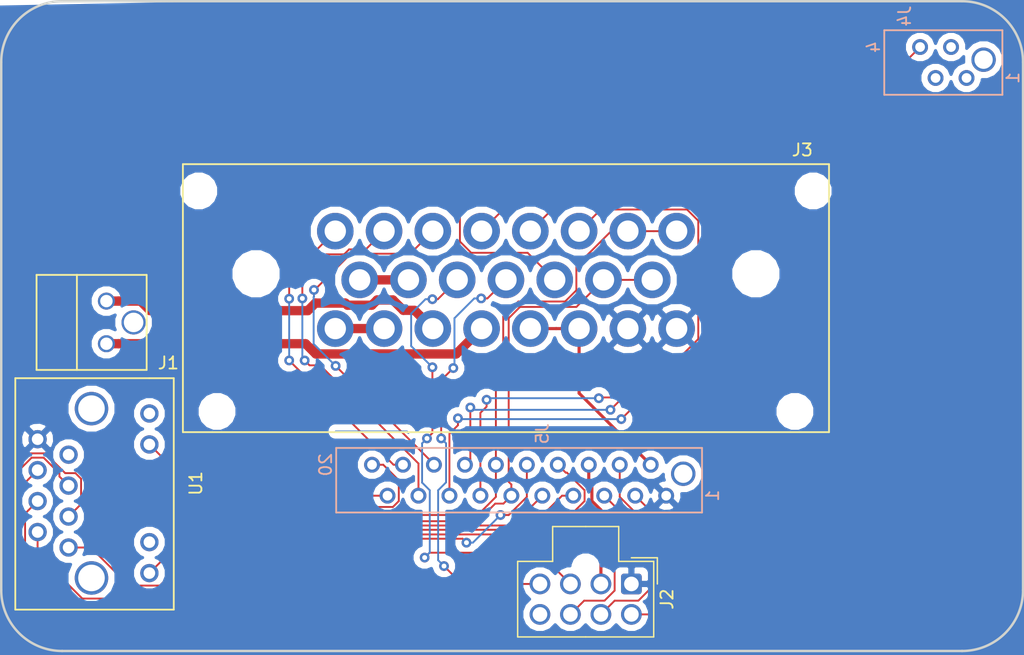
<source format=kicad_pcb>
(kicad_pcb (version 20171130) (host pcbnew 5.0.2-bee76a0~70~ubuntu18.04.1)

  (general
    (thickness 1.6)
    (drawings 8)
    (tracks 272)
    (zones 0)
    (modules 6)
    (nets 37)
  )

  (page A4)
  (layers
    (0 F.Cu signal)
    (31 B.Cu signal hide)
    (32 B.Adhes user)
    (33 F.Adhes user)
    (34 B.Paste user)
    (35 F.Paste user)
    (36 B.SilkS user)
    (37 F.SilkS user)
    (38 B.Mask user)
    (39 F.Mask user)
    (40 Dwgs.User user)
    (41 Cmts.User user)
    (42 Eco1.User user)
    (43 Eco2.User user)
    (44 Edge.Cuts user)
    (45 Margin user)
    (46 B.CrtYd user)
    (47 F.CrtYd user)
    (48 B.Fab user)
    (49 F.Fab user)
  )

  (setup
    (last_trace_width 0.1524)
    (user_trace_width 0.1524)
    (user_trace_width 0.254)
    (user_trace_width 0.762)
    (trace_clearance 0.2)
    (zone_clearance 0.508)
    (zone_45_only no)
    (trace_min 0.1524)
    (segment_width 0.2)
    (edge_width 0.15)
    (via_size 0.8)
    (via_drill 0.4)
    (via_min_size 0.4)
    (via_min_drill 0.3)
    (uvia_size 0.3)
    (uvia_drill 0.1)
    (uvias_allowed no)
    (uvia_min_size 0.2)
    (uvia_min_drill 0.1)
    (pcb_text_width 0.3)
    (pcb_text_size 1.5 1.5)
    (mod_edge_width 0.15)
    (mod_text_size 1 1)
    (mod_text_width 0.15)
    (pad_size 1.524 1.524)
    (pad_drill 0.762)
    (pad_to_mask_clearance 0.051)
    (solder_mask_min_width 0.25)
    (aux_axis_origin 0 0)
    (visible_elements FFFFFF7F)
    (pcbplotparams
      (layerselection 0x010fc_ffffffff)
      (usegerberextensions false)
      (usegerberattributes false)
      (usegerberadvancedattributes false)
      (creategerberjobfile false)
      (excludeedgelayer true)
      (linewidth 0.076200)
      (plotframeref false)
      (viasonmask false)
      (mode 1)
      (useauxorigin false)
      (hpglpennumber 1)
      (hpglpenspeed 20)
      (hpglpendiameter 15.000000)
      (psnegative false)
      (psa4output false)
      (plotreference true)
      (plotvalue true)
      (plotinvisibletext false)
      (padsonsilk false)
      (subtractmaskfromsilk false)
      (outputformat 1)
      (mirror false)
      (drillshape 1)
      (scaleselection 1)
      (outputdirectory ""))
  )

  (net 0 "")
  (net 1 /BOTS->ESTOP)
  (net 2 /ESTOP->HVD)
  (net 3 /GND)
  (net 4 /5V)
  (net 5 /SDA)
  (net 6 /SCL)
  (net 7 /Drive_Select+)
  (net 8 /Drive_Select_Sense)
  (net 9 /Drive_Select-)
  (net 10 "Net-(J2-Pad8)")
  (net 11 /Throttle2-)
  (net 12 /CANL)
  (net 13 /Throttle1+)
  (net 14 /Throttle1_Sense)
  (net 15 /Throttle1-)
  (net 16 /Throttle2+)
  (net 17 /Throttle2_Sense)
  (net 18 /CANH)
  (net 19 /RTD_LSD_GND)
  (net 20 /BSPD->IS)
  (net 21 /IS->BOTS)
  (net 22 /12V)
  (net 23 /SS_ESTOP)
  (net 24 /SS_BOTS)
  (net 25 /SS_IS)
  (net 26 /MOSI)
  (net 27 /MISO)
  (net 28 /SCK)
  (net 29 /RESET)
  (net 30 /LED1)
  (net 31 /LED2)
  (net 32 "Net-(U1-Pad11)")
  (net 33 "Net-(U1-Pad9)")
  (net 34 "Net-(U1-Pad7)")
  (net 35 "Net-(U1-Pad13)")
  (net 36 "Net-(U1-Pad14)")

  (net_class Default "This is the default net class."
    (clearance 0.2)
    (trace_width 0.1524)
    (via_dia 0.8)
    (via_drill 0.4)
    (uvia_dia 0.3)
    (uvia_drill 0.1)
    (add_net /12V)
    (add_net /5V)
    (add_net /BOTS->ESTOP)
    (add_net /BSPD->IS)
    (add_net /CANH)
    (add_net /CANL)
    (add_net /Drive_Select+)
    (add_net /Drive_Select-)
    (add_net /Drive_Select_Sense)
    (add_net /ESTOP->HVD)
    (add_net /GND)
    (add_net /IS->BOTS)
    (add_net /LED1)
    (add_net /LED2)
    (add_net /MISO)
    (add_net /MOSI)
    (add_net /RESET)
    (add_net /RTD_LSD_GND)
    (add_net /SCK)
    (add_net /SCL)
    (add_net /SDA)
    (add_net /SS_BOTS)
    (add_net /SS_ESTOP)
    (add_net /SS_IS)
    (add_net /Throttle1+)
    (add_net /Throttle1-)
    (add_net /Throttle1_Sense)
    (add_net /Throttle2+)
    (add_net /Throttle2-)
    (add_net /Throttle2_Sense)
    (add_net "Net-(J2-Pad8)")
    (add_net "Net-(U1-Pad11)")
    (add_net "Net-(U1-Pad13)")
    (add_net "Net-(U1-Pad14)")
    (add_net "Net-(U1-Pad7)")
    (add_net "Net-(U1-Pad9)")
  )

  (net_class Power ""
    (clearance 0.2)
    (trace_width 0.254)
    (via_dia 0.8)
    (via_drill 0.4)
    (uvia_dia 0.3)
    (uvia_drill 0.1)
  )

  (net_class Shutdown ""
    (clearance 0.2)
    (trace_width 0.762)
    (via_dia 0.8)
    (via_drill 0.4)
    (uvia_dia 0.3)
    (uvia_drill 0.1)
  )

  (module footprints:Ultrafit_2 (layer F.Cu) (tedit 59F11364) (tstamp 5C26A646)
    (at 110.927 89.944)
    (path /5C0780B8)
    (fp_text reference J1 (at 5.08 5.08) (layer F.SilkS)
      (effects (font (size 1 1) (thickness 0.15)))
    )
    (fp_text value UF_2_VT (at 4.572 0.508 90) (layer F.Fab) hide
      (effects (font (size 1 1) (thickness 0.15)))
    )
    (fp_line (start -5.588 -2.032) (end -2.54 -2.032) (layer F.Fab) (width 0.15))
    (fp_line (start -2.54 -2.032) (end -2.54 5.588) (layer F.Fab) (width 0.15))
    (fp_line (start -2.54 5.588) (end -5.588 5.588) (layer F.Fab) (width 0.15))
    (fp_line (start -5.588 5.588) (end -5.588 -2.032) (layer F.Fab) (width 0.15))
    (fp_text user "6.55mm Clearance" (at -4.07 1.75 90) (layer F.Fab)
      (effects (font (size 0.5 0.5) (thickness 0.08)))
    )
    (fp_line (start -2.42 -2.15) (end -5.73 -2.15) (layer F.SilkS) (width 0.15))
    (fp_line (start -5.73 -2.15) (end -5.73 5.65) (layer F.SilkS) (width 0.15))
    (fp_line (start -5.73 5.65) (end -2.42 5.65) (layer F.SilkS) (width 0.15))
    (fp_line (start -2.42 5.65) (end 3.302 5.65) (layer F.SilkS) (width 0.15))
    (fp_line (start -2.42 -2.15) (end 3.302 -2.15) (layer F.SilkS) (width 0.15))
    (fp_line (start -2.42 5.65) (end -2.42 -2.15) (layer F.SilkS) (width 0.15))
    (fp_line (start 3.302 5.65) (end 3.302 -2.15) (layer F.SilkS) (width 0.15))
    (pad 2 thru_hole circle (at 0 0) (size 1.397 1.397) (drill 1.02) (layers *.Cu *.Mask)
      (net 1 /BOTS->ESTOP))
    (pad 1 thru_hole circle (at 0 3.5) (size 1.397 1.397) (drill 1.02) (layers *.Cu *.Mask)
      (net 2 /ESTOP->HVD))
    (pad "" thru_hole circle (at 2.23 1.75) (size 1.981 1.981) (drill 1.6) (layers *.Cu *.Mask))
  )

  (module Connector_Molex:Molex_Nano-Fit_105310-xx08_2x04_P2.50mm_Vertical (layer F.Cu) (tedit 5B7830BB) (tstamp 5C26A69D)
    (at 153.991 113.1635 270)
    (descr "Molex Nano-Fit Power Connectors, 105310-xx08, 4 Pins per row (http://www.molex.com/pdm_docs/sd/1053101208_sd.pdf), generated with kicad-footprint-generator")
    (tags "connector Molex Nano-Fit side entry")
    (path /5C078824)
    (fp_text reference J2 (at 1.25 -2.92 270) (layer F.SilkS)
      (effects (font (size 1 1) (thickness 0.15)))
    )
    (fp_text value MM_F_VT_08 (at 1.25 10.42 270) (layer F.Fab)
      (effects (font (size 1 1) (thickness 0.15)))
    )
    (fp_line (start 4.24 3.75) (end 4.24 -1.72) (layer F.Fab) (width 0.1))
    (fp_line (start 4.24 -1.72) (end -1.74 -1.72) (layer F.Fab) (width 0.1))
    (fp_line (start -1.74 -1.72) (end -1.74 1.15) (layer F.Fab) (width 0.1))
    (fp_line (start -1.74 1.15) (end -4.6 1.15) (layer F.Fab) (width 0.1))
    (fp_line (start -4.6 1.15) (end -4.6 3.75) (layer F.Fab) (width 0.1))
    (fp_line (start 4.24 3.75) (end 4.24 9.22) (layer F.Fab) (width 0.1))
    (fp_line (start 4.24 9.22) (end -1.74 9.22) (layer F.Fab) (width 0.1))
    (fp_line (start -1.74 9.22) (end -1.74 6.35) (layer F.Fab) (width 0.1))
    (fp_line (start -1.74 6.35) (end -4.6 6.35) (layer F.Fab) (width 0.1))
    (fp_line (start -4.6 6.35) (end -4.6 3.75) (layer F.Fab) (width 0.1))
    (fp_line (start 4.35 3.75) (end 4.35 -1.83) (layer F.SilkS) (width 0.12))
    (fp_line (start 4.35 -1.83) (end -1.85 -1.83) (layer F.SilkS) (width 0.12))
    (fp_line (start -1.85 -1.83) (end -1.85 1.04) (layer F.SilkS) (width 0.12))
    (fp_line (start -1.85 1.04) (end -4.71 1.04) (layer F.SilkS) (width 0.12))
    (fp_line (start -4.71 1.04) (end -4.71 3.75) (layer F.SilkS) (width 0.12))
    (fp_line (start 4.35 3.75) (end 4.35 9.33) (layer F.SilkS) (width 0.12))
    (fp_line (start 4.35 9.33) (end -1.85 9.33) (layer F.SilkS) (width 0.12))
    (fp_line (start -1.85 9.33) (end -1.85 6.46) (layer F.SilkS) (width 0.12))
    (fp_line (start -1.85 6.46) (end -4.71 6.46) (layer F.SilkS) (width 0.12))
    (fp_line (start -4.71 6.46) (end -4.71 3.75) (layer F.SilkS) (width 0.12))
    (fp_line (start 4.74 3.75) (end 4.74 -2.22) (layer F.CrtYd) (width 0.05))
    (fp_line (start 4.74 -2.22) (end -2.24 -2.22) (layer F.CrtYd) (width 0.05))
    (fp_line (start -2.24 -2.22) (end -2.24 0.65) (layer F.CrtYd) (width 0.05))
    (fp_line (start -2.24 0.65) (end -5.1 0.65) (layer F.CrtYd) (width 0.05))
    (fp_line (start -5.1 0.65) (end -5.1 3.75) (layer F.CrtYd) (width 0.05))
    (fp_line (start 4.74 3.75) (end 4.74 9.72) (layer F.CrtYd) (width 0.05))
    (fp_line (start 4.74 9.72) (end -2.24 9.72) (layer F.CrtYd) (width 0.05))
    (fp_line (start -2.24 9.72) (end -2.24 6.85) (layer F.CrtYd) (width 0.05))
    (fp_line (start -2.24 6.85) (end -5.1 6.85) (layer F.CrtYd) (width 0.05))
    (fp_line (start -5.1 6.85) (end -5.1 3.75) (layer F.CrtYd) (width 0.05))
    (fp_line (start -4.1 1.65) (end -4.1 5.85) (layer F.Fab) (width 0.1))
    (fp_line (start -4.1 5.85) (end -2.02 5.85) (layer F.Fab) (width 0.1))
    (fp_line (start -2.02 5.85) (end -2.02 1.65) (layer F.Fab) (width 0.1))
    (fp_line (start -2.02 1.65) (end -4.1 1.65) (layer F.Fab) (width 0.1))
    (fp_line (start 0 -2.13) (end -2.15 -2.13) (layer F.SilkS) (width 0.12))
    (fp_line (start -2.15 -2.13) (end -2.15 0) (layer F.SilkS) (width 0.12))
    (fp_line (start -0.5 -1.72) (end 0 -1.012893) (layer F.Fab) (width 0.1))
    (fp_line (start 0 -1.012893) (end 0.5 -1.72) (layer F.Fab) (width 0.1))
    (fp_text user %R (at 3.54 3.75) (layer F.Fab)
      (effects (font (size 1 1) (thickness 0.15)))
    )
    (pad 1 thru_hole roundrect (at 0 0 270) (size 1.7 1.7) (drill 1.2) (layers *.Cu *.Mask) (roundrect_rratio 0.147059)
      (net 3 /GND))
    (pad 2 thru_hole circle (at 0 2.5 270) (size 1.7 1.7) (drill 1.2) (layers *.Cu *.Mask)
      (net 4 /5V))
    (pad 3 thru_hole circle (at 0 5 270) (size 1.7 1.7) (drill 1.2) (layers *.Cu *.Mask)
      (net 5 /SDA))
    (pad 4 thru_hole circle (at 0 7.5 270) (size 1.7 1.7) (drill 1.2) (layers *.Cu *.Mask)
      (net 6 /SCL))
    (pad 5 thru_hole circle (at 2.5 0 270) (size 1.7 1.7) (drill 1.2) (layers *.Cu *.Mask)
      (net 7 /Drive_Select+))
    (pad 6 thru_hole circle (at 2.5 2.5 270) (size 1.7 1.7) (drill 1.2) (layers *.Cu *.Mask)
      (net 8 /Drive_Select_Sense))
    (pad 7 thru_hole circle (at 2.5 5 270) (size 1.7 1.7) (drill 1.2) (layers *.Cu *.Mask)
      (net 9 /Drive_Select-))
    (pad 8 thru_hole circle (at 2.5 7.5 270) (size 1.7 1.7) (drill 1.2) (layers *.Cu *.Mask)
      (net 10 "Net-(J2-Pad8)"))
    (pad "" np_thru_hole circle (at -1.34 3.75 270) (size 1.3 1.3) (drill 1.3) (layers *.Cu *.Mask))
    (model ${KISYS3DMOD}/Connector_Molex.3dshapes/Molex_Nano-Fit_105310-xx08_2x04_P2.50mm_Vertical.wrl
      (at (xyz 0 0 0))
      (scale (xyz 1 1 1))
      (rotate (xyz 0 0 0))
    )
  )

  (module footprints:Ampseal_23 (layer F.Cu) (tedit 5A7B7D60) (tstamp 5C26A727)
    (at 164.202 87.7015 180)
    (path /5C0774EC)
    (fp_text reference J3 (at -3.81 10.16 180) (layer F.SilkS)
      (effects (font (size 1 1) (thickness 0.15)))
    )
    (fp_text value Ampseal_23_VT (at -1.524 -13.97 180) (layer F.Fab)
      (effects (font (size 1 1) (thickness 0.15)))
    )
    (fp_line (start -6 -13) (end 47 -13) (layer F.SilkS) (width 0.15))
    (fp_line (start 47 -13) (end 47 9) (layer F.SilkS) (width 0.15))
    (fp_line (start 47 9) (end -6 9) (layer F.SilkS) (width 0.15))
    (fp_line (start -6 9) (end -6 -13) (layer F.SilkS) (width 0.15))
    (pad "" np_thru_hole circle (at 41 0 180) (size 2.85 2.85) (drill 2.85) (layers *.Cu *.Mask))
    (pad "" np_thru_hole circle (at 45.7 6.8 180) (size 2 2) (drill 2) (layers *.Cu *.Mask))
    (pad "" np_thru_hole circle (at -4.7 6.8 180) (size 2 2) (drill 2) (layers *.Cu *.Mask))
    (pad "" np_thru_hole circle (at 44.2 -11.3 180) (size 2 2) (drill 2) (layers *.Cu *.Mask))
    (pad "" np_thru_hole circle (at -3.2 -11.3 180) (size 2 2) (drill 2) (layers *.Cu *.Mask))
    (pad 23 thru_hole circle (at 34.5 3.5 180) (size 3 3) (drill 1.75) (layers *.Cu *.Mask)
      (net 11 /Throttle2-))
    (pad 17 thru_hole circle (at 10.5 3.5 180) (size 3 3) (drill 1.75) (layers *.Cu *.Mask)
      (net 12 /CANL))
    (pad 18 thru_hole circle (at 14.5 3.5 180) (size 3 3) (drill 1.75) (layers *.Cu *.Mask)
      (net 13 /Throttle1+))
    (pad 19 thru_hole circle (at 18.5 3.5 180) (size 3 3) (drill 1.75) (layers *.Cu *.Mask)
      (net 14 /Throttle1_Sense))
    (pad 20 thru_hole circle (at 22.5 3.5 180) (size 3 3) (drill 1.75) (layers *.Cu *.Mask)
      (net 15 /Throttle1-))
    (pad 21 thru_hole circle (at 26.5 3.5 180) (size 3 3) (drill 1.75) (layers *.Cu *.Mask)
      (net 16 /Throttle2+))
    (pad 22 thru_hole circle (at 30.5 3.5 180) (size 3 3) (drill 1.75) (layers *.Cu *.Mask)
      (net 17 /Throttle2_Sense))
    (pad 10 thru_hole circle (at 12.5 -0.5 180) (size 3 3) (drill 1.75) (layers *.Cu *.Mask)
      (net 18 /CANH))
    (pad 11 thru_hole circle (at 16.5 -0.5 180) (size 3 3) (drill 1.75) (layers *.Cu *.Mask)
      (net 19 /RTD_LSD_GND))
    (pad 13 thru_hole circle (at 24.5 -0.5 180) (size 3 3) (drill 1.75) (layers *.Cu *.Mask)
      (net 5 /SDA))
    (pad 12 thru_hole circle (at 20.5 -0.5 180) (size 3 3) (drill 1.75) (layers *.Cu *.Mask)
      (net 6 /SCL))
    (pad 14 thru_hole circle (at 28.5 -0.5 180) (size 3 3) (drill 1.75) (layers *.Cu *.Mask)
      (net 20 /BSPD->IS))
    (pad 15 thru_hole circle (at 32.5 -0.5 180) (size 3 3) (drill 1.75) (layers *.Cu *.Mask)
      (net 20 /BSPD->IS))
    (pad 8 thru_hole circle (at 34.5 -4.5 180) (size 3 3) (drill 1.75) (layers *.Cu *.Mask)
      (net 21 /IS->BOTS))
    (pad 7 thru_hole circle (at 30.5 -4.5 180) (size 3 3) (drill 1.75) (layers *.Cu *.Mask)
      (net 21 /IS->BOTS))
    (pad 6 thru_hole circle (at 26.5 -4.5 180) (size 3 3) (drill 1.75) (layers *.Cu *.Mask)
      (net 1 /BOTS->ESTOP))
    (pad 4 thru_hole circle (at 18.5 -4.5 180) (size 3 3) (drill 1.75) (layers *.Cu *.Mask)
      (net 22 /12V))
    (pad 5 thru_hole circle (at 22.5 -4.5 180) (size 3 3) (drill 1.75) (layers *.Cu *.Mask)
      (net 2 /ESTOP->HVD))
    (pad 3 thru_hole circle (at 14.5 -4.5 180) (size 3 3) (drill 1.75) (layers *.Cu *.Mask)
      (net 22 /12V))
    (pad 2 thru_hole circle (at 10.5 -4.5 180) (size 3 3) (drill 1.75) (layers *.Cu *.Mask)
      (net 3 /GND))
    (pad 16 thru_hole circle (at 6.5 3.5 180) (size 3 3) (drill 1.75) (layers *.Cu *.Mask)
      (net 12 /CANL))
    (pad 9 thru_hole circle (at 8.5 -0.5 180) (size 3 3) (drill 1.75) (layers *.Cu *.Mask)
      (net 18 /CANH))
    (pad 1 thru_hole circle (at 6.5 -4.5 180) (size 3 3) (drill 1.75) (layers *.Cu *.Mask)
      (net 3 /GND))
    (pad "" np_thru_hole circle (at 0 0 180) (size 2.85 2.85) (drill 2.85) (layers *.Cu *.Mask))
  )

  (module footprints:micromatch_female_vert_4 (layer B.Cu) (tedit 5A7726AD) (tstamp 5C26A77D)
    (at 176.403 71.628 90)
    (path /5C05EF31)
    (fp_text reference J4 (at 5.08 0 90) (layer B.SilkS)
      (effects (font (size 1 1) (thickness 0.15)) (justify mirror))
    )
    (fp_text value MM_F_VT_04 (at 6.35 1.27) (layer B.Fab) hide
      (effects (font (size 1 1) (thickness 0.15)) (justify mirror))
    )
    (fp_text user 4 (at 2.54 -2.54 90) (layer B.SilkS)
      (effects (font (size 1 1) (thickness 0.15)) (justify mirror))
    )
    (fp_text user 1 (at 0 8.89 90) (layer B.SilkS)
      (effects (font (size 1 1) (thickness 0.15)) (justify mirror))
    )
    (fp_line (start -1.38 -1.67) (end 3.92 -1.67) (layer B.SilkS) (width 0.15))
    (fp_line (start -1.38 8.02) (end 3.92 8.02) (layer B.SilkS) (width 0.15))
    (fp_line (start -1.38 -1.67) (end -1.38 8.02) (layer B.SilkS) (width 0.15))
    (fp_line (start 3.92 -1.67) (end 3.92 8.02) (layer B.SilkS) (width 0.15))
    (pad 3 thru_hole circle (at 0 2.54 90) (size 1.3 1.3) (drill 0.8) (layers *.Cu *.Mask)
      (net 23 /SS_ESTOP))
    (pad 1 thru_hole circle (at 0 5.08 90) (size 1.3 1.3) (drill 0.8) (layers *.Cu *.Mask)
      (net 24 /SS_BOTS))
    (pad 2 thru_hole circle (at 2.54 3.81 90) (size 1.3 1.3) (drill 0.8) (layers *.Cu *.Mask)
      (net 25 /SS_IS))
    (pad 4 thru_hole circle (at 2.54 1.27 90) (size 1.3 1.3) (drill 0.8) (layers *.Cu *.Mask)
      (net 19 /RTD_LSD_GND))
    (pad 5 thru_hole circle (at 1.5 6.48 90) (size 2 2) (drill 1.5) (layers *.Cu *.Mask))
  )

  (module footprints:micromatch_female_vert_20 (layer B.Cu) (tedit 5A772A19) (tstamp 5C26A5F8)
    (at 151.765 105.918 90)
    (path /5C05EC53)
    (fp_text reference J5 (at 5.08 -5.08 90) (layer B.SilkS)
      (effects (font (size 1 1) (thickness 0.15)) (justify mirror))
    )
    (fp_text value MM_F_VT_20 (at 6.35 0) (layer B.Fab) hide
      (effects (font (size 1 1) (thickness 0.15)) (justify mirror))
    )
    (fp_text user 20 (at 2.54 -22.86 90) (layer B.SilkS)
      (effects (font (size 1 1) (thickness 0.15)) (justify mirror))
    )
    (fp_text user 1 (at 0 8.89 90) (layer B.SilkS)
      (effects (font (size 1 1) (thickness 0.15)) (justify mirror))
    )
    (fp_line (start -1.38 -21.99) (end 3.92 -21.99) (layer B.SilkS) (width 0.15))
    (fp_line (start -1.38 8.02) (end 3.92 8.02) (layer B.SilkS) (width 0.15))
    (fp_line (start -1.38 -21.99) (end -1.38 8.02) (layer B.SilkS) (width 0.15))
    (fp_line (start 3.92 -21.99) (end 3.92 8.02) (layer B.SilkS) (width 0.15))
    (pad 5 thru_hole circle (at 0 0 90) (size 1.3 1.3) (drill 0.8) (layers *.Cu *.Mask)
      (net 9 /Drive_Select-))
    (pad 3 thru_hole circle (at 0 2.54 90) (size 1.3 1.3) (drill 0.8) (layers *.Cu *.Mask)
      (net 7 /Drive_Select+))
    (pad 1 thru_hole circle (at 0 5.08 90) (size 1.3 1.3) (drill 0.8) (layers *.Cu *.Mask)
      (net 3 /GND))
    (pad 7 thru_hole circle (at 0 -2.54 90) (size 1.3 1.3) (drill 0.8) (layers *.Cu *.Mask)
      (net 26 /MOSI))
    (pad 2 thru_hole circle (at 2.54 3.81 90) (size 1.3 1.3) (drill 0.8) (layers *.Cu *.Mask)
      (net 22 /12V))
    (pad 4 thru_hole circle (at 2.54 1.27 90) (size 1.3 1.3) (drill 0.8) (layers *.Cu *.Mask)
      (net 8 /Drive_Select_Sense))
    (pad 6 thru_hole circle (at 2.54 -1.27 90) (size 1.3 1.3) (drill 0.8) (layers *.Cu *.Mask)
      (net 4 /5V))
    (pad 8 thru_hole circle (at 2.54 -3.81 90) (size 1.3 1.3) (drill 0.8) (layers *.Cu *.Mask)
      (net 27 /MISO))
    (pad 9 thru_hole circle (at 0 -5.08 90) (size 1.3 1.3) (drill 0.8) (layers *.Cu *.Mask)
      (net 28 /SCK))
    (pad 10 thru_hole circle (at 2.54 -6.35 90) (size 1.3 1.3) (drill 0.8) (layers *.Cu *.Mask)
      (net 29 /RESET))
    (pad 11 thru_hole circle (at 0 -7.62 90) (size 1.3 1.3) (drill 0.8) (layers *.Cu *.Mask)
      (net 18 /CANH))
    (pad 12 thru_hole circle (at 2.54 -8.89 90) (size 1.3 1.3) (drill 0.8) (layers *.Cu *.Mask)
      (net 12 /CANL))
    (pad 13 thru_hole circle (at 0 -10.16 90) (size 1.3 1.3) (drill 0.8) (layers *.Cu *.Mask)
      (net 13 /Throttle1+))
    (pad 14 thru_hole circle (at 2.54 -11.43 90) (size 1.3 1.3) (drill 0.8) (layers *.Cu *.Mask)
      (net 14 /Throttle1_Sense))
    (pad 15 thru_hole circle (at 0 -12.7 90) (size 1.3 1.3) (drill 0.8) (layers *.Cu *.Mask)
      (net 15 /Throttle1-))
    (pad 16 thru_hole circle (at 2.54 -13.97 90) (size 1.3 1.3) (drill 0.8) (layers *.Cu *.Mask)
      (net 16 /Throttle2+))
    (pad 17 thru_hole circle (at 0 -15.24 90) (size 1.3 1.3) (drill 0.8) (layers *.Cu *.Mask)
      (net 17 /Throttle2_Sense))
    (pad 18 thru_hole circle (at 2.54 -16.51 90) (size 1.3 1.3) (drill 0.8) (layers *.Cu *.Mask)
      (net 11 /Throttle2-))
    (pad 19 thru_hole circle (at 0 -17.78 90) (size 1.3 1.3) (drill 0.8) (layers *.Cu *.Mask)
      (net 30 /LED1))
    (pad 20 thru_hole circle (at 2.54 -19.05 90) (size 1.3 1.3) (drill 0.8) (layers *.Cu *.Mask)
      (net 31 /LED2))
    (pad 21 thru_hole circle (at 1.8 6.48 90) (size 2 2) (drill 1.5) (layers *.Cu *.Mask))
  )

  (module footprints:RJ45-Vertical (layer F.Cu) (tedit 5A6A89D8) (tstamp 5C26A7AF)
    (at 114.453 112.2725 90)
    (path /5C09DFB8)
    (fp_text reference U1 (at 7.366 3.81 90) (layer F.SilkS)
      (effects (font (size 1 1) (thickness 0.15)))
    )
    (fp_text value RJ45_VT (at -4.377 -0.9785 180) (layer F.Fab)
      (effects (font (size 1 1) (thickness 0.15)))
    )
    (fp_line (start 16 2) (end 16 0) (layer F.SilkS) (width 0.15))
    (fp_line (start -3 2) (end 16 2) (layer F.SilkS) (width 0.15))
    (fp_line (start -3 -11) (end -3 2) (layer F.SilkS) (width 0.15))
    (fp_line (start 16 -11) (end -3 -11) (layer F.SilkS) (width 0.15))
    (fp_line (start 16 0) (end 16 -11) (layer F.SilkS) (width 0.15))
    (pad 12 thru_hole circle (at 0 0 90) (size 1.5 1.5) (drill 0.95) (layers *.Cu *.Mask)
      (net 31 /LED2))
    (pad 11 thru_hole circle (at 2.54 0 90) (size 1.5 1.5) (drill 0.95) (layers *.Cu *.Mask)
      (net 32 "Net-(U1-Pad11)"))
    (pad 9 thru_hole circle (at 13.1 0 90) (size 1.5 1.5) (drill 0.95) (layers *.Cu *.Mask)
      (net 33 "Net-(U1-Pad9)"))
    (pad 10 thru_hole circle (at 10.56 0 90) (size 1.5 1.5) (drill 0.95) (layers *.Cu *.Mask)
      (net 30 /LED1))
    (pad 1 thru_hole circle (at 2.1 -6.63 90) (size 1.5 1.5) (drill 0.95) (layers *.Cu *.Mask)
      (net 12 /CANL))
    (pad 3 thru_hole circle (at 4.64 -6.63 90) (size 1.5 1.5) (drill 0.95) (layers *.Cu *.Mask)
      (net 29 /RESET))
    (pad 5 thru_hole circle (at 7.18 -6.63 90) (size 1.5 1.5) (drill 0.95) (layers *.Cu *.Mask)
      (net 27 /MISO))
    (pad 7 thru_hole circle (at 9.72 -6.63 90) (size 1.5 1.5) (drill 0.95) (layers *.Cu *.Mask)
      (net 34 "Net-(U1-Pad7)"))
    (pad 2 thru_hole circle (at 3.37 -9.17 90) (size 1.5 1.5) (drill 0.95) (layers *.Cu *.Mask)
      (net 18 /CANH))
    (pad 4 thru_hole circle (at 5.91 -9.17 90) (size 1.5 1.5) (drill 0.95) (layers *.Cu *.Mask)
      (net 28 /SCK))
    (pad 6 thru_hole circle (at 8.45 -9.17 90) (size 1.5 1.5) (drill 0.95) (layers *.Cu *.Mask F.Paste)
      (net 26 /MOSI))
    (pad 8 thru_hole circle (at 10.99 -9.17 90) (size 1.5 1.5) (drill 0.95) (layers *.Cu *.Mask)
      (net 3 /GND))
    (pad 13 thru_hole circle (at -0.4 -4.75 90) (size 2.75 2.75) (drill 2.18) (layers *.Cu *.Mask)
      (net 35 "Net-(U1-Pad13)"))
    (pad 14 thru_hole circle (at 13.5 -4.75 90) (size 2.75 2.75) (drill 2.18) (layers *.Cu *.Mask)
      (net 36 "Net-(U1-Pad14)"))
  )

  (gr_line (start 107.2985 118.666504) (end 181.1185 118.666504) (layer Edge.Cuts) (width 0.2))
  (gr_line (start 102.2985 113.666504) (end 102.2985 70.326504) (layer Edge.Cuts) (width 0.2))
  (gr_arc (start 181.1185 70.326504) (end 186.1185 70.326504) (angle -90) (layer Edge.Cuts) (width 0.2))
  (gr_arc (start 107.2985 70.326504) (end 107.2985 65.326504) (angle -90) (layer Edge.Cuts) (width 0.2))
  (gr_arc (start 181.1185 113.666504) (end 181.1185 118.666504) (angle -90) (layer Edge.Cuts) (width 0.2))
  (gr_arc (start 107.2985 113.666504) (end 102.2985 113.666504) (angle -90) (layer Edge.Cuts) (width 0.2))
  (gr_line (start 186.1185 113.666504) (end 186.1185 70.326504) (layer Edge.Cuts) (width 0.2))
  (gr_line (start 107.2985 65.326504) (end 181.1185 65.326504) (layer Edge.Cuts) (width 0.2))

  (segment (start 114.518922 90.7301) (end 113.732822 89.944) (width 0.762) (layer F.Cu) (net 1))
  (segment (start 127.447282 90.7301) (end 114.518922 90.7301) (width 0.762) (layer F.Cu) (net 1))
  (segment (start 130.527118 90.1065) (end 128.070882 90.1065) (width 0.762) (layer F.Cu) (net 1))
  (segment (start 130.703119 90.282501) (end 130.527118 90.1065) (width 0.762) (layer F.Cu) (net 1))
  (segment (start 113.732822 89.944) (end 111.914828 89.944) (width 0.762) (layer F.Cu) (net 1))
  (segment (start 132.700881 90.282501) (end 130.703119 90.282501) (width 0.762) (layer F.Cu) (net 1))
  (segment (start 133.130882 89.8525) (end 132.700881 90.282501) (width 0.762) (layer F.Cu) (net 1))
  (segment (start 111.914828 89.944) (end 110.927 89.944) (width 0.762) (layer F.Cu) (net 1))
  (segment (start 134.432882 89.8525) (end 133.130882 89.8525) (width 0.762) (layer F.Cu) (net 1))
  (segment (start 135.281883 90.701501) (end 134.432882 89.8525) (width 0.762) (layer F.Cu) (net 1))
  (segment (start 136.202001 90.701501) (end 135.281883 90.701501) (width 0.762) (layer F.Cu) (net 1))
  (segment (start 128.070882 90.1065) (end 127.447282 90.7301) (width 0.762) (layer F.Cu) (net 1))
  (segment (start 137.702 92.2015) (end 136.202001 90.701501) (width 0.762) (layer F.Cu) (net 1))
  (segment (start 111.914828 93.444) (end 110.927 93.444) (width 0.762) (layer F.Cu) (net 2))
  (segment (start 128.106184 94.282501) (end 127.267683 93.444) (width 0.762) (layer F.Cu) (net 2))
  (segment (start 127.267683 93.444) (end 111.914828 93.444) (width 0.762) (layer F.Cu) (net 2))
  (segment (start 139.620999 94.282501) (end 128.106184 94.282501) (width 0.762) (layer F.Cu) (net 2))
  (segment (start 141.702 92.2015) (end 139.620999 94.282501) (width 0.762) (layer F.Cu) (net 2))
  (segment (start 151.491 113.1635) (end 151.491 107.089962) (width 0.254) (layer F.Cu) (net 4))
  (segment (start 150.495 103.378) (end 150.495 104.5845) (width 0.254) (layer F.Cu) (net 4))
  (segment (start 150.495 104.5845) (end 150.749 104.8385) (width 0.254) (layer F.Cu) (net 4))
  (segment (start 150.749 106.347962) (end 151.491 107.089962) (width 0.254) (layer F.Cu) (net 4))
  (segment (start 150.749 104.8385) (end 150.749 106.347962) (width 0.254) (layer F.Cu) (net 4))
  (via (at 137.668 89.789) (size 0.8) (drill 0.4) (layers F.Cu B.Cu) (net 5))
  (segment (start 139.702 88.2015) (end 138.1145 89.789) (width 0.1524) (layer F.Cu) (net 5))
  (segment (start 138.1145 89.789) (end 137.668 89.789) (width 0.1524) (layer F.Cu) (net 5))
  (via (at 137.668 95.377) (size 0.8) (drill 0.4) (layers F.Cu B.Cu) (net 5))
  (segment (start 135.925799 90.965516) (end 135.925799 93.634799) (width 0.1524) (layer B.Cu) (net 5))
  (segment (start 135.925799 93.634799) (end 137.668 95.377) (width 0.1524) (layer B.Cu) (net 5))
  (segment (start 137.668 89.789) (end 137.102315 89.789) (width 0.1524) (layer B.Cu) (net 5))
  (segment (start 137.102315 89.789) (end 135.925799 90.965516) (width 0.1524) (layer B.Cu) (net 5))
  (via (at 137.2235 101.219) (size 0.8) (drill 0.4) (layers F.Cu B.Cu) (net 5))
  (segment (start 137.668 95.377) (end 137.668 100.7745) (width 0.1524) (layer F.Cu) (net 5))
  (segment (start 137.668 100.7745) (end 137.2235 101.219) (width 0.1524) (layer F.Cu) (net 5))
  (via (at 137.033 110.998) (size 0.8) (drill 0.4) (layers F.Cu B.Cu) (net 5))
  (segment (start 137.451201 110.579799) (end 137.033 110.998) (width 0.1524) (layer B.Cu) (net 5))
  (segment (start 137.451201 105.473423) (end 137.451201 110.579799) (width 0.1524) (layer B.Cu) (net 5))
  (segment (start 136.823501 104.845723) (end 137.451201 105.473423) (width 0.1524) (layer B.Cu) (net 5))
  (segment (start 137.2235 101.219) (end 136.823501 101.618999) (width 0.1524) (layer B.Cu) (net 5))
  (segment (start 136.823501 101.618999) (end 136.823501 104.845723) (width 0.1524) (layer B.Cu) (net 5))
  (segment (start 148.141001 112.313501) (end 148.991 113.1635) (width 0.1524) (layer F.Cu) (net 5))
  (segment (start 146.425501 110.598001) (end 148.141001 112.313501) (width 0.1524) (layer F.Cu) (net 5))
  (segment (start 137.432999 110.598001) (end 146.425501 110.598001) (width 0.1524) (layer F.Cu) (net 5))
  (segment (start 137.033 110.998) (end 137.432999 110.598001) (width 0.1524) (layer F.Cu) (net 5))
  (via (at 141.6685 89.7255) (size 0.8) (drill 0.4) (layers F.Cu B.Cu) (net 6))
  (segment (start 143.702 88.2015) (end 142.178 89.7255) (width 0.1524) (layer F.Cu) (net 6))
  (segment (start 142.178 89.7255) (end 141.6685 89.7255) (width 0.1524) (layer F.Cu) (net 6))
  (via (at 139.3825 95.4405) (size 0.8) (drill 0.4) (layers F.Cu B.Cu) (net 6))
  (segment (start 139.478201 95.344799) (end 139.3825 95.4405) (width 0.1524) (layer B.Cu) (net 6))
  (segment (start 139.478201 91.350114) (end 139.478201 95.344799) (width 0.1524) (layer B.Cu) (net 6))
  (segment (start 141.6685 89.7255) (end 141.102815 89.7255) (width 0.1524) (layer B.Cu) (net 6))
  (segment (start 141.102815 89.7255) (end 139.478201 91.350114) (width 0.1524) (layer B.Cu) (net 6))
  (via (at 138.3888 101.219) (size 0.8) (drill 0.4) (layers F.Cu B.Cu) (net 6))
  (segment (start 139.3825 95.4405) (end 138.3888 96.4342) (width 0.1524) (layer F.Cu) (net 6))
  (segment (start 138.3888 96.4342) (end 138.3888 101.219) (width 0.1524) (layer F.Cu) (net 6))
  (segment (start 138.138799 111.214799) (end 138.6205 111.6965) (width 0.1524) (layer B.Cu) (net 6))
  (segment (start 138.138799 105.473423) (end 138.138799 111.214799) (width 0.1524) (layer B.Cu) (net 6))
  (via (at 138.6205 111.6965) (size 0.8) (drill 0.4) (layers F.Cu B.Cu) (net 6))
  (segment (start 138.3888 101.219) (end 138.788799 101.618999) (width 0.1524) (layer B.Cu) (net 6))
  (segment (start 138.788799 104.823423) (end 138.138799 105.473423) (width 0.1524) (layer B.Cu) (net 6))
  (segment (start 138.788799 101.618999) (end 138.788799 104.823423) (width 0.1524) (layer B.Cu) (net 6))
  (segment (start 140.0875 113.1635) (end 146.491 113.1635) (width 0.1524) (layer F.Cu) (net 6))
  (segment (start 138.6205 111.6965) (end 140.0875 113.1635) (width 0.1524) (layer F.Cu) (net 6))
  (segment (start 157.226 114.427) (end 155.9895 115.6635) (width 0.1524) (layer F.Cu) (net 7))
  (segment (start 154.305 105.918) (end 157.226 108.839) (width 0.1524) (layer F.Cu) (net 7))
  (segment (start 155.9895 115.6635) (end 153.991 115.6635) (width 0.1524) (layer F.Cu) (net 7))
  (segment (start 157.226 108.839) (end 157.226 114.427) (width 0.1524) (layer F.Cu) (net 7))
  (segment (start 152.340999 114.813501) (end 151.491 115.6635) (width 0.1524) (layer F.Cu) (net 8))
  (segment (start 153.035 103.378) (end 153.035 106.018778) (width 0.1524) (layer F.Cu) (net 8))
  (segment (start 156.7815 109.765278) (end 156.7815 112.317176) (width 0.1524) (layer F.Cu) (net 8))
  (segment (start 153.035 106.018778) (end 156.7815 109.765278) (width 0.1524) (layer F.Cu) (net 8))
  (segment (start 156.7815 112.317176) (end 154.561377 114.537299) (width 0.1524) (layer F.Cu) (net 8))
  (segment (start 154.561377 114.537299) (end 152.617201 114.537299) (width 0.1524) (layer F.Cu) (net 8))
  (segment (start 152.617201 114.537299) (end 152.340999 114.813501) (width 0.1524) (layer F.Cu) (net 8))
  (segment (start 150.117201 114.537299) (end 149.840999 114.813501) (width 0.1524) (layer F.Cu) (net 9))
  (segment (start 151.783979 114.537299) (end 150.117201 114.537299) (width 0.1524) (layer F.Cu) (net 9))
  (segment (start 152.617201 113.704077) (end 151.783979 114.537299) (width 0.1524) (layer F.Cu) (net 9))
  (segment (start 149.840999 114.813501) (end 148.991 115.6635) (width 0.1524) (layer F.Cu) (net 9))
  (segment (start 152.617201 106.770201) (end 152.617201 113.704077) (width 0.1524) (layer F.Cu) (net 9))
  (segment (start 151.765 105.918) (end 152.617201 106.770201) (width 0.1524) (layer F.Cu) (net 9))
  (via (at 125.9205 89.749099) (size 0.8) (drill 0.4) (layers F.Cu B.Cu) (net 11))
  (segment (start 129.702 84.2015) (end 125.9205 87.983) (width 0.1524) (layer F.Cu) (net 11))
  (segment (start 125.9205 87.983) (end 125.9205 89.749099) (width 0.1524) (layer F.Cu) (net 11))
  (via (at 125.9205 94.818699) (size 0.8) (drill 0.4) (layers F.Cu B.Cu) (net 11))
  (segment (start 125.9205 89.749099) (end 125.9205 94.818699) (width 0.1524) (layer B.Cu) (net 11))
  (segment (start 134.479801 103.378) (end 135.255 103.378) (width 0.1524) (layer F.Cu) (net 11))
  (segment (start 125.9205 94.818699) (end 134.479801 103.378) (width 0.1524) (layer F.Cu) (net 11))
  (segment (start 155.82332 84.2015) (end 157.702 84.2015) (width 0.1524) (layer F.Cu) (net 12))
  (segment (start 153.702 84.2015) (end 155.82332 84.2015) (width 0.1524) (layer F.Cu) (net 12))
  (segment (start 142.875 94.869) (end 142.875 103.378) (width 0.1524) (layer F.Cu) (net 12))
  (segment (start 143.478201 94.265799) (end 142.875 94.869) (width 0.1524) (layer F.Cu) (net 12))
  (segment (start 143.478201 91.217799) (end 143.478201 94.265799) (width 0.1524) (layer F.Cu) (net 12))
  (segment (start 152.330778 84.2015) (end 149.478201 87.054077) (width 0.1524) (layer F.Cu) (net 12))
  (segment (start 153.702 84.2015) (end 152.330778 84.2015) (width 0.1524) (layer F.Cu) (net 12))
  (segment (start 149.478201 89.054077) (end 148.554577 89.977701) (width 0.1524) (layer F.Cu) (net 12))
  (segment (start 149.478201 87.054077) (end 149.478201 89.054077) (width 0.1524) (layer F.Cu) (net 12))
  (segment (start 148.554577 89.977701) (end 144.718299 89.977701) (width 0.1524) (layer F.Cu) (net 12))
  (segment (start 144.718299 89.977701) (end 143.478201 91.217799) (width 0.1524) (layer F.Cu) (net 12))
  (segment (start 109.646778 110.1725) (end 107.823 110.1725) (width 0.1524) (layer F.Cu) (net 12))
  (segment (start 142.875 103.378) (end 142.875 106.018778) (width 0.1524) (layer F.Cu) (net 12))
  (segment (start 141.388278 107.5055) (end 121.0945 107.5055) (width 0.1524) (layer F.Cu) (net 12))
  (segment (start 121.0945 107.5055) (end 115.301299 113.298701) (width 0.1524) (layer F.Cu) (net 12))
  (segment (start 142.875 106.018778) (end 141.388278 107.5055) (width 0.1524) (layer F.Cu) (net 12))
  (segment (start 115.301299 113.298701) (end 112.772979 113.298701) (width 0.1524) (layer F.Cu) (net 12))
  (segment (start 112.772979 113.298701) (end 109.646778 110.1725) (width 0.1524) (layer F.Cu) (net 12))
  (segment (start 159.478201 93.054077) (end 154.678778 97.8535) (width 0.1524) (layer F.Cu) (net 13))
  (segment (start 159.478201 83.348923) (end 159.478201 93.054077) (width 0.1524) (layer F.Cu) (net 13))
  (segment (start 158.554577 82.425299) (end 159.478201 83.348923) (width 0.1524) (layer F.Cu) (net 13))
  (segment (start 149.702 84.2015) (end 151.478201 82.425299) (width 0.1524) (layer F.Cu) (net 13))
  (segment (start 151.478201 82.425299) (end 158.554577 82.425299) (width 0.1524) (layer F.Cu) (net 13))
  (via (at 151.3205 97.917) (size 0.8) (drill 0.4) (layers F.Cu B.Cu) (net 13))
  (segment (start 154.678778 97.8535) (end 151.384 97.8535) (width 0.1524) (layer F.Cu) (net 13))
  (segment (start 151.384 97.8535) (end 151.3205 97.917) (width 0.1524) (layer F.Cu) (net 13))
  (via (at 142.113 98.044) (size 0.8) (drill 0.4) (layers F.Cu B.Cu) (net 13))
  (segment (start 151.3205 97.917) (end 142.24 97.917) (width 0.1524) (layer B.Cu) (net 13))
  (segment (start 142.24 97.917) (end 142.113 98.044) (width 0.1524) (layer B.Cu) (net 13))
  (segment (start 141.605 104.998762) (end 141.605 105.918) (width 0.1524) (layer F.Cu) (net 13))
  (segment (start 142.113 98.609685) (end 141.605 99.117685) (width 0.1524) (layer F.Cu) (net 13))
  (segment (start 141.605 99.117685) (end 141.605 104.998762) (width 0.1524) (layer F.Cu) (net 13))
  (segment (start 142.113 98.044) (end 142.113 98.609685) (width 0.1524) (layer F.Cu) (net 13))
  (segment (start 159.830611 93.200049) (end 154.86808 98.16258) (width 0.1524) (layer F.Cu) (net 14))
  (segment (start 159.830611 83.20295) (end 159.830611 93.200049) (width 0.1524) (layer F.Cu) (net 14))
  (segment (start 158.70055 82.072889) (end 159.830611 83.20295) (width 0.1524) (layer F.Cu) (net 14))
  (segment (start 145.702 84.2015) (end 147.830611 82.072889) (width 0.1524) (layer F.Cu) (net 14))
  (segment (start 147.830611 82.072889) (end 158.70055 82.072889) (width 0.1524) (layer F.Cu) (net 14))
  (via (at 152.273 98.8695) (size 0.8) (drill 0.4) (layers F.Cu B.Cu) (net 14))
  (segment (start 152.936591 98.205909) (end 152.273 98.8695) (width 0.1524) (layer F.Cu) (net 14))
  (segment (start 154.86808 98.16258) (end 154.824751 98.205909) (width 0.1524) (layer F.Cu) (net 14))
  (segment (start 154.824751 98.205909) (end 152.936591 98.205909) (width 0.1524) (layer F.Cu) (net 14))
  (via (at 140.7795 98.679) (size 0.8) (drill 0.4) (layers F.Cu B.Cu) (net 14))
  (segment (start 152.273 98.8695) (end 140.97 98.8695) (width 0.1524) (layer B.Cu) (net 14))
  (segment (start 140.97 98.8695) (end 140.7795 98.679) (width 0.1524) (layer B.Cu) (net 14))
  (segment (start 140.7795 102.9335) (end 140.335 103.378) (width 0.1524) (layer F.Cu) (net 14))
  (segment (start 140.7795 98.679) (end 140.7795 102.9335) (width 0.1524) (layer F.Cu) (net 14))
  (segment (start 160.183021 83.056977) (end 160.183021 93.346021) (width 0.1524) (layer F.Cu) (net 15))
  (segment (start 158.846523 81.720479) (end 160.183021 83.056977) (width 0.1524) (layer F.Cu) (net 15))
  (segment (start 141.702 84.2015) (end 144.183021 81.720479) (width 0.1524) (layer F.Cu) (net 15))
  (segment (start 144.183021 81.720479) (end 158.846523 81.720479) (width 0.1524) (layer F.Cu) (net 15))
  (segment (start 160.183021 93.346021) (end 155.2575 98.271542) (width 0.1524) (layer F.Cu) (net 15))
  (via (at 153.162 99.6315) (size 0.8) (drill 0.4) (layers F.Cu B.Cu) (net 15))
  (segment (start 154.235182 98.558318) (end 153.162 99.6315) (width 0.1524) (layer F.Cu) (net 15))
  (segment (start 155.2575 98.271542) (end 154.970724 98.558318) (width 0.1524) (layer F.Cu) (net 15))
  (segment (start 154.970724 98.558318) (end 154.235182 98.558318) (width 0.1524) (layer F.Cu) (net 15))
  (via (at 139.7635 99.568) (size 0.8) (drill 0.4) (layers F.Cu B.Cu) (net 15))
  (segment (start 153.162 99.6315) (end 139.827 99.6315) (width 0.1524) (layer B.Cu) (net 15))
  (segment (start 139.827 99.6315) (end 139.7635 99.568) (width 0.1524) (layer B.Cu) (net 15))
  (segment (start 139.065 104.998762) (end 139.065 105.918) (width 0.1524) (layer F.Cu) (net 15))
  (segment (start 139.065 100.832185) (end 139.065 104.998762) (width 0.1524) (layer F.Cu) (net 15))
  (segment (start 139.7635 100.133685) (end 139.065 100.832185) (width 0.1524) (layer F.Cu) (net 15))
  (segment (start 139.7635 99.568) (end 139.7635 100.133685) (width 0.1524) (layer F.Cu) (net 15))
  (via (at 127.9525 89.027) (size 0.8) (drill 0.4) (layers F.Cu B.Cu) (net 16))
  (segment (start 128.00366 89.027) (end 127.9525 89.027) (width 0.1524) (layer F.Cu) (net 16))
  (segment (start 130.976751 86.053909) (end 128.00366 89.027) (width 0.1524) (layer F.Cu) (net 16))
  (segment (start 137.702 84.2015) (end 135.849591 86.053909) (width 0.1524) (layer F.Cu) (net 16))
  (segment (start 135.849591 86.053909) (end 130.976751 86.053909) (width 0.1524) (layer F.Cu) (net 16))
  (via (at 129.7305 95.263501) (size 0.8) (drill 0.4) (layers F.Cu B.Cu) (net 16))
  (segment (start 127.925799 93.4588) (end 129.7305 95.263501) (width 0.1524) (layer B.Cu) (net 16))
  (segment (start 127.925799 89.619386) (end 127.925799 93.4588) (width 0.1524) (layer B.Cu) (net 16))
  (segment (start 127.9525 89.027) (end 127.9525 89.592685) (width 0.1524) (layer B.Cu) (net 16))
  (segment (start 127.9525 89.592685) (end 127.925799 89.619386) (width 0.1524) (layer B.Cu) (net 16))
  (segment (start 137.795 103.328001) (end 137.795 103.378) (width 0.1524) (layer F.Cu) (net 16))
  (segment (start 129.7305 95.263501) (end 137.795 103.328001) (width 0.1524) (layer F.Cu) (net 16))
  (via (at 127 89.7255) (size 0.8) (drill 0.4) (layers F.Cu B.Cu) (net 17))
  (via (at 127.1905 94.818699) (size 0.8) (drill 0.4) (layers F.Cu B.Cu) (net 17))
  (segment (start 127 89.7255) (end 127 94.628199) (width 0.1524) (layer B.Cu) (net 17))
  (segment (start 127 94.628199) (end 127.1905 94.818699) (width 0.1524) (layer B.Cu) (net 17))
  (segment (start 136.525 103.277222) (end 136.525 104.998762) (width 0.1524) (layer F.Cu) (net 17))
  (segment (start 136.525 104.998762) (end 136.525 105.918) (width 0.1524) (layer F.Cu) (net 17))
  (segment (start 127.590499 95.218698) (end 128.466476 95.218698) (width 0.1524) (layer F.Cu) (net 17))
  (segment (start 128.466476 95.218698) (end 136.525 103.277222) (width 0.1524) (layer F.Cu) (net 17))
  (segment (start 127.1905 94.818699) (end 127.590499 95.218698) (width 0.1524) (layer F.Cu) (net 17))
  (segment (start 128.9685 86.106) (end 127 88.0745) (width 0.1524) (layer F.Cu) (net 17))
  (segment (start 127 88.0745) (end 127 89.7255) (width 0.1524) (layer F.Cu) (net 17))
  (segment (start 130.426278 86.106) (end 128.9685 86.106) (width 0.1524) (layer F.Cu) (net 17))
  (segment (start 133.702 84.2015) (end 132.202001 85.701499) (width 0.1524) (layer F.Cu) (net 17))
  (segment (start 130.830779 85.701499) (end 130.426278 86.106) (width 0.1524) (layer F.Cu) (net 17))
  (segment (start 132.202001 85.701499) (end 130.830779 85.701499) (width 0.1524) (layer F.Cu) (net 17))
  (segment (start 153.82332 88.2015) (end 155.702 88.2015) (width 0.1524) (layer F.Cu) (net 18))
  (segment (start 151.702 88.2015) (end 153.82332 88.2015) (width 0.1524) (layer F.Cu) (net 18))
  (segment (start 143.925799 91.348923) (end 144.850722 90.424) (width 0.1524) (layer F.Cu) (net 18))
  (segment (start 144.145 105.918) (end 144.145 104.998762) (width 0.1524) (layer F.Cu) (net 18))
  (segment (start 143.925799 104.779561) (end 143.925799 91.348923) (width 0.1524) (layer F.Cu) (net 18))
  (segment (start 144.145 104.998762) (end 143.925799 104.779561) (width 0.1524) (layer F.Cu) (net 18))
  (segment (start 149.4795 90.424) (end 151.702 88.2015) (width 0.1524) (layer F.Cu) (net 18))
  (segment (start 144.850722 90.424) (end 149.4795 90.424) (width 0.1524) (layer F.Cu) (net 18))
  (segment (start 105.283 109.96316) (end 105.283 108.9025) (width 0.1524) (layer F.Cu) (net 18))
  (segment (start 105.283 110.696278) (end 105.283 109.96316) (width 0.1524) (layer F.Cu) (net 18))
  (segment (start 108.950222 114.3635) (end 105.283 110.696278) (width 0.1524) (layer F.Cu) (net 18))
  (segment (start 144.145 105.918) (end 143.495001 106.567999) (width 0.1524) (layer F.Cu) (net 18))
  (segment (start 143.495001 106.567999) (end 142.824161 106.567999) (width 0.1524) (layer F.Cu) (net 18))
  (segment (start 142.824161 106.567999) (end 141.37866 108.0135) (width 0.1524) (layer F.Cu) (net 18))
  (segment (start 141.37866 108.0135) (end 121.666 108.0135) (width 0.1524) (layer F.Cu) (net 18))
  (segment (start 121.666 108.0135) (end 115.316 114.3635) (width 0.1524) (layer F.Cu) (net 18))
  (segment (start 115.316 114.3635) (end 108.950222 114.3635) (width 0.1524) (layer F.Cu) (net 18))
  (segment (start 147.702 88.2015) (end 145.478201 85.977701) (width 0.1524) (layer F.Cu) (net 19))
  (segment (start 139.925799 85.054077) (end 139.925799 82.387701) (width 0.1524) (layer F.Cu) (net 19))
  (segment (start 140.849423 85.977701) (end 139.925799 85.054077) (width 0.1524) (layer F.Cu) (net 19))
  (segment (start 145.478201 85.977701) (end 140.849423 85.977701) (width 0.1524) (layer F.Cu) (net 19))
  (segment (start 139.925799 82.387701) (end 141.1605 81.153) (width 0.1524) (layer F.Cu) (net 19))
  (segment (start 165.608 81.153) (end 177.673 69.088) (width 0.1524) (layer F.Cu) (net 19))
  (segment (start 141.1605 81.153) (end 165.608 81.153) (width 0.1524) (layer F.Cu) (net 19))
  (segment (start 135.702 88.2015) (end 131.702 88.2015) (width 0.762) (layer F.Cu) (net 20))
  (segment (start 129.702 92.2015) (end 133.702 92.2015) (width 0.762) (layer F.Cu) (net 21))
  (segment (start 147.82332 92.2015) (end 149.702 92.2015) (width 0.254) (layer F.Cu) (net 22))
  (segment (start 145.702 92.2015) (end 147.82332 92.2015) (width 0.254) (layer F.Cu) (net 22))
  (segment (start 149.702 97.505) (end 155.575 103.378) (width 0.254) (layer F.Cu) (net 22))
  (segment (start 149.702 92.2015) (end 149.702 97.505) (width 0.254) (layer F.Cu) (net 22))
  (segment (start 104.533001 104.572499) (end 105.283 103.8225) (width 0.1524) (layer F.Cu) (net 26))
  (segment (start 103.904389 105.201111) (end 104.533001 104.572499) (width 0.1524) (layer F.Cu) (net 26))
  (segment (start 115.62718 115.06832) (end 108.658276 115.06832) (width 0.1524) (layer F.Cu) (net 26))
  (segment (start 149.225 105.918) (end 148.305762 105.918) (width 0.1524) (layer F.Cu) (net 26))
  (segment (start 148.305762 105.918) (end 145.505442 108.71832) (width 0.1524) (layer F.Cu) (net 26))
  (segment (start 145.505442 108.71832) (end 121.957945 108.71832) (width 0.1524) (layer F.Cu) (net 26))
  (segment (start 108.658276 115.06832) (end 103.904389 110.314433) (width 0.1524) (layer F.Cu) (net 26))
  (segment (start 121.465883 109.210381) (end 121.465883 109.229617) (width 0.1524) (layer F.Cu) (net 26))
  (segment (start 121.957945 108.71832) (end 121.465883 109.210381) (width 0.1524) (layer F.Cu) (net 26))
  (segment (start 103.904389 110.314433) (end 103.904389 105.201111) (width 0.1524) (layer F.Cu) (net 26))
  (segment (start 121.465883 109.229617) (end 115.62718 115.06832) (width 0.1524) (layer F.Cu) (net 26))
  (segment (start 115.773153 115.42073) (end 122.096074 109.097809) (width 0.1524) (layer F.Cu) (net 27))
  (segment (start 108.512303 115.42073) (end 115.773153 115.42073) (width 0.1524) (layer F.Cu) (net 27))
  (segment (start 107.073001 104.342501) (end 107.073001 104.093723) (width 0.1524) (layer F.Cu) (net 27))
  (segment (start 103.551979 110.460406) (end 108.512303 115.42073) (width 0.1524) (layer F.Cu) (net 27))
  (segment (start 107.823 105.0925) (end 107.073001 104.342501) (width 0.1524) (layer F.Cu) (net 27))
  (segment (start 107.073001 104.093723) (end 105.775577 102.796299) (width 0.1524) (layer F.Cu) (net 27))
  (segment (start 105.775577 102.796299) (end 104.790423 102.796299) (width 0.1524) (layer F.Cu) (net 27))
  (segment (start 104.790423 102.796299) (end 103.551979 104.034743) (width 0.1524) (layer F.Cu) (net 27))
  (segment (start 103.551979 104.034743) (end 103.551979 110.460406) (width 0.1524) (layer F.Cu) (net 27))
  (segment (start 148.604999 104.027999) (end 147.955 103.378) (width 0.1524) (layer F.Cu) (net 27))
  (segment (start 148.705777 104.027999) (end 148.604999 104.027999) (width 0.1524) (layer F.Cu) (net 27))
  (segment (start 150.151201 105.473423) (end 148.705777 104.027999) (width 0.1524) (layer F.Cu) (net 27))
  (segment (start 150.151201 106.362577) (end 150.151201 105.473423) (width 0.1524) (layer F.Cu) (net 27))
  (segment (start 147.415969 109.097809) (end 150.151201 106.362577) (width 0.1524) (layer F.Cu) (net 27))
  (segment (start 122.096074 109.097809) (end 147.415969 109.097809) (width 0.1524) (layer F.Cu) (net 27))
  (segment (start 144.23709 108.36591) (end 121.811972 108.36591) (width 0.1524) (layer F.Cu) (net 28))
  (segment (start 146.685 105.918) (end 144.23709 108.36591) (width 0.1524) (layer F.Cu) (net 28))
  (segment (start 104.533001 107.112499) (end 105.283 106.3625) (width 0.1524) (layer F.Cu) (net 28))
  (segment (start 104.256799 107.388701) (end 104.533001 107.112499) (width 0.1524) (layer F.Cu) (net 28))
  (segment (start 104.256799 110.16846) (end 104.256799 107.388701) (width 0.1524) (layer F.Cu) (net 28))
  (segment (start 108.804249 114.71591) (end 104.256799 110.16846) (width 0.1524) (layer F.Cu) (net 28))
  (segment (start 115.461973 114.71591) (end 108.804249 114.71591) (width 0.1524) (layer F.Cu) (net 28))
  (segment (start 121.811972 108.36591) (end 115.461973 114.71591) (width 0.1524) (layer F.Cu) (net 28))
  (segment (start 129.7305 100.6475) (end 135.5725 100.6475) (width 0.1524) (layer B.Cu) (net 29))
  (segment (start 135.5725 100.6475) (end 135.6995 100.7745) (width 0.1524) (layer B.Cu) (net 29))
  (via (at 143.256 107.5055) (size 0.8) (drill 0.4) (layers F.Cu B.Cu) (net 29))
  (segment (start 143.928278 107.5055) (end 143.256 107.5055) (width 0.1524) (layer F.Cu) (net 29))
  (segment (start 145.415 103.378) (end 145.415 106.018778) (width 0.1524) (layer F.Cu) (net 29))
  (segment (start 145.415 106.018778) (end 143.928278 107.5055) (width 0.1524) (layer F.Cu) (net 29))
  (via (at 140.462 109.774009) (size 0.8) (drill 0.4) (layers F.Cu B.Cu) (net 29))
  (segment (start 143.256 107.5055) (end 140.987491 109.774009) (width 0.1524) (layer B.Cu) (net 29))
  (segment (start 140.987491 109.774009) (end 140.462 109.774009) (width 0.1524) (layer B.Cu) (net 29))
  (segment (start 140.1445 109.450219) (end 140.1445 109.456509) (width 0.1524) (layer F.Cu) (net 29))
  (segment (start 115.919126 115.77314) (end 122.242046 109.450219) (width 0.1524) (layer F.Cu) (net 29))
  (segment (start 103.199569 110.606379) (end 108.36633 115.77314) (width 0.1524) (layer F.Cu) (net 29))
  (segment (start 103.199569 103.810431) (end 103.199569 110.606379) (width 0.1524) (layer F.Cu) (net 29))
  (segment (start 122.242046 109.450219) (end 140.1445 109.450219) (width 0.1524) (layer F.Cu) (net 29))
  (segment (start 104.566111 102.443889) (end 103.199569 103.810431) (width 0.1524) (layer F.Cu) (net 29))
  (segment (start 108.849201 106.606299) (end 108.849201 104.531201) (width 0.1524) (layer F.Cu) (net 29))
  (segment (start 108.849201 104.531201) (end 108.384299 104.066299) (width 0.1524) (layer F.Cu) (net 29))
  (segment (start 107.543959 104.066299) (end 105.921549 102.443889) (width 0.1524) (layer F.Cu) (net 29))
  (segment (start 140.1445 109.456509) (end 140.462 109.774009) (width 0.1524) (layer F.Cu) (net 29))
  (segment (start 107.823 107.6325) (end 108.849201 106.606299) (width 0.1524) (layer F.Cu) (net 29))
  (segment (start 108.36633 115.77314) (end 115.919126 115.77314) (width 0.1524) (layer F.Cu) (net 29))
  (segment (start 108.384299 104.066299) (end 107.543959 104.066299) (width 0.1524) (layer F.Cu) (net 29))
  (segment (start 105.921549 102.443889) (end 104.566111 102.443889) (width 0.1524) (layer F.Cu) (net 29))
  (segment (start 118.6585 105.918) (end 133.985 105.918) (width 0.1524) (layer F.Cu) (net 30))
  (segment (start 114.453 101.7125) (end 118.6585 105.918) (width 0.1524) (layer F.Cu) (net 30))
  (segment (start 133.634238 103.378) (end 132.715 103.378) (width 0.1524) (layer F.Cu) (net 31))
  (segment (start 134.911201 104.654963) (end 133.634238 103.378) (width 0.1524) (layer F.Cu) (net 31))
  (segment (start 134.911201 106.362577) (end 134.911201 104.654963) (width 0.1524) (layer F.Cu) (net 31))
  (segment (start 119.881299 106.844201) (end 134.429577 106.844201) (width 0.1524) (layer F.Cu) (net 31))
  (segment (start 134.429577 106.844201) (end 134.911201 106.362577) (width 0.1524) (layer F.Cu) (net 31))
  (segment (start 114.453 112.2725) (end 119.881299 106.844201) (width 0.1524) (layer F.Cu) (net 31))

  (zone (net 3) (net_name /GND) (layer B.Cu) (tstamp 5C520C98) (hatch edge 0.508)
    (connect_pads (clearance 0.508))
    (min_thickness 0.254)
    (fill yes (arc_segments 16) (thermal_gap 0.508) (thermal_bridge_width 0.508))
    (polygon
      (pts
        (xy 96.5835 65.786) (xy 96.774 123.7615) (xy 198.0565 123.7615) (xy 195.3895 63.881)
      )
    )
    (filled_polygon
      (pts
        (xy 197.923718 123.6345) (xy 96.900583 123.6345) (xy 96.834579 103.547006) (xy 103.898 103.547006) (xy 103.898 104.097994)
        (xy 104.108853 104.60704) (xy 104.49846 104.996647) (xy 104.72987 105.0925) (xy 104.49846 105.188353) (xy 104.108853 105.57796)
        (xy 103.898 106.087006) (xy 103.898 106.637994) (xy 104.108853 107.14704) (xy 104.49846 107.536647) (xy 104.72987 107.6325)
        (xy 104.49846 107.728353) (xy 104.108853 108.11796) (xy 103.898 108.627006) (xy 103.898 109.177994) (xy 104.108853 109.68704)
        (xy 104.49846 110.076647) (xy 105.007506 110.2875) (xy 105.558494 110.2875) (xy 106.06754 110.076647) (xy 106.457147 109.68704)
        (xy 106.668 109.177994) (xy 106.668 108.627006) (xy 106.457147 108.11796) (xy 106.06754 107.728353) (xy 105.83613 107.6325)
        (xy 106.06754 107.536647) (xy 106.457147 107.14704) (xy 106.668 106.637994) (xy 106.668 106.087006) (xy 106.457147 105.57796)
        (xy 106.06754 105.188353) (xy 105.83613 105.0925) (xy 106.06754 104.996647) (xy 106.457147 104.60704) (xy 106.668 104.097994)
        (xy 106.668 103.547006) (xy 106.457147 103.03796) (xy 106.06754 102.648353) (xy 105.85207 102.559103) (xy 106.006923 102.49496)
        (xy 106.068424 102.277006) (xy 106.438 102.277006) (xy 106.438 102.827994) (xy 106.648853 103.33704) (xy 107.03846 103.726647)
        (xy 107.26987 103.8225) (xy 107.03846 103.918353) (xy 106.648853 104.30796) (xy 106.438 104.817006) (xy 106.438 105.367994)
        (xy 106.648853 105.87704) (xy 107.03846 106.266647) (xy 107.26987 106.3625) (xy 107.03846 106.458353) (xy 106.648853 106.84796)
        (xy 106.438 107.357006) (xy 106.438 107.907994) (xy 106.648853 108.41704) (xy 107.03846 108.806647) (xy 107.26987 108.9025)
        (xy 107.03846 108.998353) (xy 106.648853 109.38796) (xy 106.438 109.897006) (xy 106.438 110.447994) (xy 106.648853 110.95704)
        (xy 107.03846 111.346647) (xy 107.547506 111.5575) (xy 107.98924 111.5575) (xy 107.693 112.272686) (xy 107.693 113.072314)
        (xy 107.999004 113.811073) (xy 108.564427 114.376496) (xy 109.303186 114.6825) (xy 110.102814 114.6825) (xy 110.841573 114.376496)
        (xy 111.406996 113.811073) (xy 111.713 113.072314) (xy 111.713 112.272686) (xy 111.406996 111.533927) (xy 110.841573 110.968504)
        (xy 110.102814 110.6625) (xy 109.303186 110.6625) (xy 109.081034 110.754518) (xy 109.208 110.447994) (xy 109.208 109.897006)
        (xy 109.025747 109.457006) (xy 113.068 109.457006) (xy 113.068 110.007994) (xy 113.278853 110.51704) (xy 113.66846 110.906647)
        (xy 113.89987 111.0025) (xy 113.66846 111.098353) (xy 113.278853 111.48796) (xy 113.068 111.997006) (xy 113.068 112.547994)
        (xy 113.278853 113.05704) (xy 113.66846 113.446647) (xy 114.177506 113.6575) (xy 114.728494 113.6575) (xy 115.23754 113.446647)
        (xy 115.627147 113.05704) (xy 115.705402 112.868115) (xy 145.006 112.868115) (xy 145.006 113.458885) (xy 145.232078 114.004685)
        (xy 145.640893 114.4135) (xy 145.232078 114.822315) (xy 145.006 115.368115) (xy 145.006 115.958885) (xy 145.232078 116.504685)
        (xy 145.649815 116.922422) (xy 146.195615 117.1485) (xy 146.786385 117.1485) (xy 147.332185 116.922422) (xy 147.741 116.513607)
        (xy 148.149815 116.922422) (xy 148.695615 117.1485) (xy 149.286385 117.1485) (xy 149.832185 116.922422) (xy 150.241 116.513607)
        (xy 150.649815 116.922422) (xy 151.195615 117.1485) (xy 151.786385 117.1485) (xy 152.332185 116.922422) (xy 152.741 116.513607)
        (xy 153.149815 116.922422) (xy 153.695615 117.1485) (xy 154.286385 117.1485) (xy 154.832185 116.922422) (xy 155.249922 116.504685)
        (xy 155.476 115.958885) (xy 155.476 115.368115) (xy 155.249922 114.822315) (xy 155.044241 114.616634) (xy 155.200699 114.551827)
        (xy 155.379327 114.373198) (xy 155.476 114.139809) (xy 155.476 113.44925) (xy 155.31725 113.2905) (xy 154.118 113.2905)
        (xy 154.118 113.3105) (xy 153.864 113.3105) (xy 153.864 113.2905) (xy 153.844 113.2905) (xy 153.844 113.0365)
        (xy 153.864 113.0365) (xy 153.864 111.83725) (xy 154.118 111.83725) (xy 154.118 113.0365) (xy 155.31725 113.0365)
        (xy 155.476 112.87775) (xy 155.476 112.187191) (xy 155.379327 111.953802) (xy 155.200699 111.775173) (xy 154.96731 111.6785)
        (xy 154.27675 111.6785) (xy 154.118 111.83725) (xy 153.864 111.83725) (xy 153.70525 111.6785) (xy 153.01469 111.6785)
        (xy 152.781301 111.775173) (xy 152.602673 111.953802) (xy 152.537866 112.110259) (xy 152.332185 111.904578) (xy 151.786385 111.6785)
        (xy 151.526 111.6785) (xy 151.526 111.567898) (xy 151.330371 111.095606) (xy 150.968894 110.734129) (xy 150.496602 110.5385)
        (xy 149.985398 110.5385) (xy 149.513106 110.734129) (xy 149.151629 111.095606) (xy 148.956 111.567898) (xy 148.956 111.6785)
        (xy 148.695615 111.6785) (xy 148.149815 111.904578) (xy 147.741 112.313393) (xy 147.332185 111.904578) (xy 146.786385 111.6785)
        (xy 146.195615 111.6785) (xy 145.649815 111.904578) (xy 145.232078 112.322315) (xy 145.006 112.868115) (xy 115.705402 112.868115)
        (xy 115.838 112.547994) (xy 115.838 111.997006) (xy 115.627147 111.48796) (xy 115.23754 111.098353) (xy 115.00613 111.0025)
        (xy 115.23754 110.906647) (xy 115.627147 110.51704) (xy 115.838 110.007994) (xy 115.838 109.457006) (xy 115.627147 108.94796)
        (xy 115.23754 108.558353) (xy 114.728494 108.3475) (xy 114.177506 108.3475) (xy 113.66846 108.558353) (xy 113.278853 108.94796)
        (xy 113.068 109.457006) (xy 109.025747 109.457006) (xy 108.997147 109.38796) (xy 108.60754 108.998353) (xy 108.37613 108.9025)
        (xy 108.60754 108.806647) (xy 108.997147 108.41704) (xy 109.208 107.907994) (xy 109.208 107.357006) (xy 108.997147 106.84796)
        (xy 108.60754 106.458353) (xy 108.37613 106.3625) (xy 108.60754 106.266647) (xy 108.997147 105.87704) (xy 109.208 105.367994)
        (xy 109.208 104.817006) (xy 108.997147 104.30796) (xy 108.60754 103.918353) (xy 108.37613 103.8225) (xy 108.60754 103.726647)
        (xy 108.997147 103.33704) (xy 109.208 102.827994) (xy 109.208 102.277006) (xy 108.997147 101.76796) (xy 108.60754 101.378353)
        (xy 108.098494 101.1675) (xy 107.547506 101.1675) (xy 107.03846 101.378353) (xy 106.648853 101.76796) (xy 106.438 102.277006)
        (xy 106.068424 102.277006) (xy 106.074912 102.254017) (xy 105.283 101.462105) (xy 104.491088 102.254017) (xy 104.559077 102.49496)
        (xy 104.725658 102.554245) (xy 104.49846 102.648353) (xy 104.108853 103.03796) (xy 103.898 103.547006) (xy 96.834579 103.547006)
        (xy 96.826465 101.077671) (xy 103.885799 101.077671) (xy 103.91377 101.627948) (xy 104.07054 102.006423) (xy 104.311483 102.074412)
        (xy 105.103395 101.2825) (xy 105.462605 101.2825) (xy 106.254517 102.074412) (xy 106.49546 102.006423) (xy 106.680201 101.487329)
        (xy 106.65223 100.937052) (xy 106.49546 100.558577) (xy 106.254517 100.490588) (xy 105.462605 101.2825) (xy 105.103395 101.2825)
        (xy 104.311483 100.490588) (xy 104.07054 100.558577) (xy 103.885799 101.077671) (xy 96.826465 101.077671) (xy 96.823946 100.310983)
        (xy 104.491088 100.310983) (xy 105.283 101.102895) (xy 106.074912 100.310983) (xy 106.006923 100.07004) (xy 105.487829 99.885299)
        (xy 104.937552 99.91327) (xy 104.559077 100.07004) (xy 104.491088 100.310983) (xy 96.823946 100.310983) (xy 96.817577 98.372686)
        (xy 107.693 98.372686) (xy 107.693 99.172314) (xy 107.999004 99.911073) (xy 108.564427 100.476496) (xy 109.303186 100.7825)
        (xy 110.102814 100.7825) (xy 110.841573 100.476496) (xy 111.406996 99.911073) (xy 111.713 99.172314) (xy 111.713 98.897006)
        (xy 113.068 98.897006) (xy 113.068 99.447994) (xy 113.278853 99.95704) (xy 113.66846 100.346647) (xy 113.89987 100.4425)
        (xy 113.66846 100.538353) (xy 113.278853 100.92796) (xy 113.068 101.437006) (xy 113.068 101.987994) (xy 113.278853 102.49704)
        (xy 113.66846 102.886647) (xy 114.177506 103.0975) (xy 114.728494 103.0975) (xy 115.23754 102.886647) (xy 115.627147 102.49704)
        (xy 115.838 101.987994) (xy 115.838 101.437006) (xy 115.627147 100.92796) (xy 115.346687 100.6475) (xy 129.005367 100.6475)
        (xy 129.060564 100.924996) (xy 129.217754 101.160246) (xy 129.453004 101.317436) (xy 129.660454 101.3587) (xy 135.293692 101.3587)
        (xy 135.422003 101.444435) (xy 135.699499 101.499632) (xy 135.976996 101.444435) (xy 136.17173 101.314318) (xy 136.153565 101.341504)
        (xy 136.112301 101.548954) (xy 136.112301 101.548958) (xy 136.098369 101.618999) (xy 136.112301 101.689041) (xy 136.112301 102.418036)
        (xy 135.982894 102.288629) (xy 135.510602 102.093) (xy 134.999398 102.093) (xy 134.527106 102.288629) (xy 134.165629 102.650106)
        (xy 133.985 103.086185) (xy 133.804371 102.650106) (xy 133.442894 102.288629) (xy 132.970602 102.093) (xy 132.459398 102.093)
        (xy 131.987106 102.288629) (xy 131.625629 102.650106) (xy 131.43 103.122398) (xy 131.43 103.633602) (xy 131.625629 104.105894)
        (xy 131.987106 104.467371) (xy 132.459398 104.663) (xy 132.970602 104.663) (xy 133.442894 104.467371) (xy 133.804371 104.105894)
        (xy 133.985 103.669815) (xy 134.165629 104.105894) (xy 134.527106 104.467371) (xy 134.999398 104.663) (xy 135.510602 104.663)
        (xy 135.982894 104.467371) (xy 136.112302 104.337963) (xy 136.112302 104.698071) (xy 135.797106 104.828629) (xy 135.435629 105.190106)
        (xy 135.255 105.626185) (xy 135.074371 105.190106) (xy 134.712894 104.828629) (xy 134.240602 104.633) (xy 133.729398 104.633)
        (xy 133.257106 104.828629) (xy 132.895629 105.190106) (xy 132.7 105.662398) (xy 132.7 106.173602) (xy 132.895629 106.645894)
        (xy 133.257106 107.007371) (xy 133.729398 107.203) (xy 134.240602 107.203) (xy 134.712894 107.007371) (xy 135.074371 106.645894)
        (xy 135.255 106.209815) (xy 135.435629 106.645894) (xy 135.797106 107.007371) (xy 136.269398 107.203) (xy 136.740001 107.203)
        (xy 136.740002 109.999088) (xy 136.44672 110.120569) (xy 136.155569 110.41172) (xy 135.998 110.792126) (xy 135.998 111.203874)
        (xy 136.155569 111.58428) (xy 136.44672 111.875431) (xy 136.827126 112.033) (xy 137.238874 112.033) (xy 137.5855 111.889423)
        (xy 137.5855 111.902374) (xy 137.743069 112.28278) (xy 138.03422 112.573931) (xy 138.414626 112.7315) (xy 138.826374 112.7315)
        (xy 139.20678 112.573931) (xy 139.497931 112.28278) (xy 139.6555 111.902374) (xy 139.6555 111.490626) (xy 139.497931 111.11022)
        (xy 139.20678 110.819069) (xy 138.849999 110.671286) (xy 138.849999 107.203) (xy 139.320602 107.203) (xy 139.792894 107.007371)
        (xy 140.154371 106.645894) (xy 140.335 106.209815) (xy 140.515629 106.645894) (xy 140.877106 107.007371) (xy 141.349398 107.203)
        (xy 141.860602 107.203) (xy 142.332894 107.007371) (xy 142.348534 106.991731) (xy 142.221 107.299626) (xy 142.221 107.534711)
        (xy 140.914533 108.841178) (xy 140.667874 108.739009) (xy 140.256126 108.739009) (xy 139.87572 108.896578) (xy 139.584569 109.187729)
        (xy 139.427 109.568135) (xy 139.427 109.979883) (xy 139.584569 110.360289) (xy 139.87572 110.65144) (xy 140.256126 110.809009)
        (xy 140.667874 110.809009) (xy 141.04828 110.65144) (xy 141.253488 110.446232) (xy 141.264987 110.443945) (xy 141.500237 110.286755)
        (xy 141.539915 110.227373) (xy 143.226789 108.5405) (xy 143.461874 108.5405) (xy 143.84228 108.382931) (xy 144.133431 108.09178)
        (xy 144.291 107.711374) (xy 144.291 107.299626) (xy 144.250976 107.203) (xy 144.400602 107.203) (xy 144.872894 107.007371)
        (xy 145.234371 106.645894) (xy 145.415 106.209815) (xy 145.595629 106.645894) (xy 145.957106 107.007371) (xy 146.429398 107.203)
        (xy 146.940602 107.203) (xy 147.412894 107.007371) (xy 147.774371 106.645894) (xy 147.955 106.209815) (xy 148.135629 106.645894)
        (xy 148.497106 107.007371) (xy 148.969398 107.203) (xy 149.480602 107.203) (xy 149.952894 107.007371) (xy 150.314371 106.645894)
        (xy 150.495 106.209815) (xy 150.675629 106.645894) (xy 151.037106 107.007371) (xy 151.509398 107.203) (xy 152.020602 107.203)
        (xy 152.492894 107.007371) (xy 152.854371 106.645894) (xy 153.035 106.209815) (xy 153.215629 106.645894) (xy 153.577106 107.007371)
        (xy 154.049398 107.203) (xy 154.560602 107.203) (xy 155.032894 107.007371) (xy 155.223249 106.817016) (xy 156.12559 106.817016)
        (xy 156.181271 107.047611) (xy 156.664078 107.215622) (xy 157.174428 107.186083) (xy 157.508729 107.047611) (xy 157.56441 106.817016)
        (xy 156.845 106.097605) (xy 156.12559 106.817016) (xy 155.223249 106.817016) (xy 155.394371 106.645894) (xy 155.574772 106.210366)
        (xy 155.576917 106.247428) (xy 155.715389 106.581729) (xy 155.945984 106.63741) (xy 156.665395 105.918) (xy 155.945984 105.19859)
        (xy 155.715389 105.254271) (xy 155.58096 105.640574) (xy 155.394371 105.190106) (xy 155.032894 104.828629) (xy 154.560602 104.633)
        (xy 154.049398 104.633) (xy 153.577106 104.828629) (xy 153.215629 105.190106) (xy 153.035 105.626185) (xy 152.854371 105.190106)
        (xy 152.492894 104.828629) (xy 152.020602 104.633) (xy 151.509398 104.633) (xy 151.037106 104.828629) (xy 150.675629 105.190106)
        (xy 150.495 105.626185) (xy 150.314371 105.190106) (xy 149.952894 104.828629) (xy 149.480602 104.633) (xy 148.969398 104.633)
        (xy 148.497106 104.828629) (xy 148.135629 105.190106) (xy 147.955 105.626185) (xy 147.774371 105.190106) (xy 147.412894 104.828629)
        (xy 146.940602 104.633) (xy 146.429398 104.633) (xy 145.957106 104.828629) (xy 145.595629 105.190106) (xy 145.415 105.626185)
        (xy 145.234371 105.190106) (xy 144.872894 104.828629) (xy 144.400602 104.633) (xy 143.889398 104.633) (xy 143.417106 104.828629)
        (xy 143.055629 105.190106) (xy 142.875 105.626185) (xy 142.694371 105.190106) (xy 142.332894 104.828629) (xy 141.860602 104.633)
        (xy 141.349398 104.633) (xy 140.877106 104.828629) (xy 140.515629 105.190106) (xy 140.335 105.626185) (xy 140.154371 105.190106)
        (xy 139.792894 104.828629) (xy 139.499999 104.707308) (xy 139.499999 104.360264) (xy 139.607106 104.467371) (xy 140.079398 104.663)
        (xy 140.590602 104.663) (xy 141.062894 104.467371) (xy 141.424371 104.105894) (xy 141.605 103.669815) (xy 141.785629 104.105894)
        (xy 142.147106 104.467371) (xy 142.619398 104.663) (xy 143.130602 104.663) (xy 143.602894 104.467371) (xy 143.964371 104.105894)
        (xy 144.145 103.669815) (xy 144.325629 104.105894) (xy 144.687106 104.467371) (xy 145.159398 104.663) (xy 145.670602 104.663)
        (xy 146.142894 104.467371) (xy 146.504371 104.105894) (xy 146.685 103.669815) (xy 146.865629 104.105894) (xy 147.227106 104.467371)
        (xy 147.699398 104.663) (xy 148.210602 104.663) (xy 148.682894 104.467371) (xy 149.044371 104.105894) (xy 149.225 103.669815)
        (xy 149.405629 104.105894) (xy 149.767106 104.467371) (xy 150.239398 104.663) (xy 150.750602 104.663) (xy 151.222894 104.467371)
        (xy 151.584371 104.105894) (xy 151.765 103.669815) (xy 151.945629 104.105894) (xy 152.307106 104.467371) (xy 152.779398 104.663)
        (xy 153.290602 104.663) (xy 153.762894 104.467371) (xy 154.124371 104.105894) (xy 154.305 103.669815) (xy 154.485629 104.105894)
        (xy 154.847106 104.467371) (xy 155.319398 104.663) (xy 155.830602 104.663) (xy 156.302894 104.467371) (xy 156.61 104.160265)
        (xy 156.61 104.443222) (xy 156.691401 104.63974) (xy 156.515572 104.649917) (xy 156.181271 104.788389) (xy 156.12559 105.018984)
        (xy 156.845 105.738395) (xy 156.859143 105.724253) (xy 157.038748 105.903858) (xy 157.024605 105.918) (xy 157.744016 106.63741)
        (xy 157.974611 106.581729) (xy 158.142622 106.098922) (xy 158.1226 105.753) (xy 158.570222 105.753) (xy 159.171153 105.504086)
        (xy 159.631086 105.044153) (xy 159.88 104.443222) (xy 159.88 103.792778) (xy 159.631086 103.191847) (xy 159.171153 102.731914)
        (xy 158.570222 102.483) (xy 157.919778 102.483) (xy 157.318847 102.731914) (xy 156.86 103.190761) (xy 156.86 103.122398)
        (xy 156.664371 102.650106) (xy 156.302894 102.288629) (xy 155.830602 102.093) (xy 155.319398 102.093) (xy 154.847106 102.288629)
        (xy 154.485629 102.650106) (xy 154.305 103.086185) (xy 154.124371 102.650106) (xy 153.762894 102.288629) (xy 153.290602 102.093)
        (xy 152.779398 102.093) (xy 152.307106 102.288629) (xy 151.945629 102.650106) (xy 151.765 103.086185) (xy 151.584371 102.650106)
        (xy 151.222894 102.288629) (xy 150.750602 102.093) (xy 150.239398 102.093) (xy 149.767106 102.288629) (xy 149.405629 102.650106)
        (xy 149.225 103.086185) (xy 149.044371 102.650106) (xy 148.682894 102.288629) (xy 148.210602 102.093) (xy 147.699398 102.093)
        (xy 147.227106 102.288629) (xy 146.865629 102.650106) (xy 146.685 103.086185) (xy 146.504371 102.650106) (xy 146.142894 102.288629)
        (xy 145.670602 102.093) (xy 145.159398 102.093) (xy 144.687106 102.288629) (xy 144.325629 102.650106) (xy 144.145 103.086185)
        (xy 143.964371 102.650106) (xy 143.602894 102.288629) (xy 143.130602 102.093) (xy 142.619398 102.093) (xy 142.147106 102.288629)
        (xy 141.785629 102.650106) (xy 141.605 103.086185) (xy 141.424371 102.650106) (xy 141.062894 102.288629) (xy 140.590602 102.093)
        (xy 140.079398 102.093) (xy 139.607106 102.288629) (xy 139.499999 102.395736) (xy 139.499999 101.68904) (xy 139.513931 101.618998)
        (xy 139.499999 101.548957) (xy 139.499999 101.548953) (xy 139.458735 101.341503) (xy 139.4238 101.28922) (xy 139.4238 101.013126)
        (xy 139.266231 100.63272) (xy 138.97508 100.341569) (xy 138.594674 100.184) (xy 138.182926 100.184) (xy 137.80615 100.340065)
        (xy 137.429374 100.184) (xy 137.017626 100.184) (xy 136.63722 100.341569) (xy 136.388075 100.590714) (xy 136.369435 100.497003)
        (xy 136.251924 100.321136) (xy 136.124924 100.194136) (xy 136.085246 100.134754) (xy 135.849996 99.977564) (xy 135.642546 99.9363)
        (xy 135.642541 99.9363) (xy 135.5725 99.922368) (xy 135.502459 99.9363) (xy 129.660454 99.9363) (xy 129.453004 99.977564)
        (xy 129.217754 100.134754) (xy 129.060564 100.370004) (xy 129.005367 100.6475) (xy 115.346687 100.6475) (xy 115.23754 100.538353)
        (xy 115.00613 100.4425) (xy 115.23754 100.346647) (xy 115.627147 99.95704) (xy 115.838 99.447994) (xy 115.838 98.897006)
        (xy 115.746572 98.676278) (xy 118.367 98.676278) (xy 118.367 99.326722) (xy 118.615914 99.927653) (xy 119.075847 100.387586)
        (xy 119.676778 100.6365) (xy 120.327222 100.6365) (xy 120.928153 100.387586) (xy 121.388086 99.927653) (xy 121.622335 99.362126)
        (xy 138.7285 99.362126) (xy 138.7285 99.773874) (xy 138.886069 100.15428) (xy 139.17722 100.445431) (xy 139.557626 100.603)
        (xy 139.969374 100.603) (xy 140.34978 100.445431) (xy 140.452511 100.3427) (xy 152.409489 100.3427) (xy 152.57572 100.508931)
        (xy 152.956126 100.6665) (xy 153.367874 100.6665) (xy 153.74828 100.508931) (xy 154.039431 100.21778) (xy 154.197 99.837374)
        (xy 154.197 99.425626) (xy 154.039431 99.04522) (xy 153.74828 98.754069) (xy 153.560476 98.676278) (xy 165.767 98.676278)
        (xy 165.767 99.326722) (xy 166.015914 99.927653) (xy 166.475847 100.387586) (xy 167.076778 100.6365) (xy 167.727222 100.6365)
        (xy 168.328153 100.387586) (xy 168.788086 99.927653) (xy 169.037 99.326722) (xy 169.037 98.676278) (xy 168.788086 98.075347)
        (xy 168.328153 97.615414) (xy 167.727222 97.3665) (xy 167.076778 97.3665) (xy 166.475847 97.615414) (xy 166.015914 98.075347)
        (xy 165.767 98.676278) (xy 153.560476 98.676278) (xy 153.367874 98.5965) (xy 153.280196 98.5965) (xy 153.150431 98.28322)
        (xy 152.85928 97.992069) (xy 152.478874 97.8345) (xy 152.3555 97.8345) (xy 152.3555 97.711126) (xy 152.197931 97.33072)
        (xy 151.90678 97.039569) (xy 151.526374 96.882) (xy 151.114626 96.882) (xy 150.73422 97.039569) (xy 150.567989 97.2058)
        (xy 142.738511 97.2058) (xy 142.69928 97.166569) (xy 142.318874 97.009) (xy 141.907126 97.009) (xy 141.52672 97.166569)
        (xy 141.235569 97.45772) (xy 141.133069 97.705177) (xy 140.985374 97.644) (xy 140.573626 97.644) (xy 140.19322 97.801569)
        (xy 139.902069 98.09272) (xy 139.7445 98.473126) (xy 139.7445 98.533) (xy 139.557626 98.533) (xy 139.17722 98.690569)
        (xy 138.886069 98.98172) (xy 138.7285 99.362126) (xy 121.622335 99.362126) (xy 121.637 99.326722) (xy 121.637 98.676278)
        (xy 121.388086 98.075347) (xy 120.928153 97.615414) (xy 120.327222 97.3665) (xy 119.676778 97.3665) (xy 119.075847 97.615414)
        (xy 118.615914 98.075347) (xy 118.367 98.676278) (xy 115.746572 98.676278) (xy 115.627147 98.38796) (xy 115.23754 97.998353)
        (xy 114.728494 97.7875) (xy 114.177506 97.7875) (xy 113.66846 97.998353) (xy 113.278853 98.38796) (xy 113.068 98.897006)
        (xy 111.713 98.897006) (xy 111.713 98.372686) (xy 111.406996 97.633927) (xy 110.841573 97.068504) (xy 110.102814 96.7625)
        (xy 109.303186 96.7625) (xy 108.564427 97.068504) (xy 107.999004 97.633927) (xy 107.693 98.372686) (xy 96.817577 98.372686)
        (xy 96.78901 89.67875) (xy 109.5935 89.67875) (xy 109.5935 90.20925) (xy 109.796513 90.699367) (xy 110.171633 91.074487)
        (xy 110.66175 91.2775) (xy 111.19225 91.2775) (xy 111.648345 91.088579) (xy 111.5315 91.370668) (xy 111.5315 92.017332)
        (xy 111.648345 92.299421) (xy 111.19225 92.1105) (xy 110.66175 92.1105) (xy 110.171633 92.313513) (xy 109.796513 92.688633)
        (xy 109.5935 93.17875) (xy 109.5935 93.70925) (xy 109.796513 94.199367) (xy 110.171633 94.574487) (xy 110.66175 94.7775)
        (xy 111.19225 94.7775) (xy 111.682367 94.574487) (xy 112.057487 94.199367) (xy 112.2605 93.70925) (xy 112.2605 93.17875)
        (xy 112.202202 93.038006) (xy 112.236228 93.072032) (xy 112.833668 93.3195) (xy 113.480332 93.3195) (xy 114.077772 93.072032)
        (xy 114.535032 92.614772) (xy 114.7825 92.017332) (xy 114.7825 91.370668) (xy 114.535032 90.773228) (xy 114.077772 90.315968)
        (xy 113.480332 90.0685) (xy 112.833668 90.0685) (xy 112.236228 90.315968) (xy 112.202202 90.349994) (xy 112.2605 90.20925)
        (xy 112.2605 89.67875) (xy 112.057487 89.188633) (xy 111.682367 88.813513) (xy 111.19225 88.6105) (xy 110.66175 88.6105)
        (xy 110.171633 88.813513) (xy 109.796513 89.188633) (xy 109.5935 89.67875) (xy 96.78901 89.67875) (xy 96.781167 87.29174)
        (xy 121.142 87.29174) (xy 121.142 88.11126) (xy 121.455616 88.868396) (xy 122.035104 89.447884) (xy 122.79224 89.7615)
        (xy 123.61176 89.7615) (xy 124.138722 89.543225) (xy 124.8855 89.543225) (xy 124.8855 89.954973) (xy 125.043069 90.335379)
        (xy 125.2093 90.50161) (xy 125.209301 94.066187) (xy 125.043069 94.232419) (xy 124.8855 94.612825) (xy 124.8855 95.024573)
        (xy 125.043069 95.404979) (xy 125.33422 95.69613) (xy 125.714626 95.853699) (xy 126.126374 95.853699) (xy 126.50678 95.69613)
        (xy 126.5555 95.64741) (xy 126.60422 95.69613) (xy 126.984626 95.853699) (xy 127.396374 95.853699) (xy 127.77678 95.69613)
        (xy 128.067931 95.404979) (xy 128.2255 95.024573) (xy 128.2255 94.764289) (xy 128.6955 95.23429) (xy 128.6955 95.469375)
        (xy 128.853069 95.849781) (xy 129.14422 96.140932) (xy 129.524626 96.298501) (xy 129.936374 96.298501) (xy 130.31678 96.140932)
        (xy 130.607931 95.849781) (xy 130.7655 95.469375) (xy 130.7655 95.057627) (xy 130.607931 94.677221) (xy 130.31678 94.38607)
        (xy 130.161893 94.321914) (xy 130.91138 94.011466) (xy 131.511966 93.41088) (xy 131.702 92.952097) (xy 131.892034 93.41088)
        (xy 132.49262 94.011466) (xy 133.277322 94.3365) (xy 134.126678 94.3365) (xy 134.91138 94.011466) (xy 135.215164 93.707682)
        (xy 135.255864 93.912295) (xy 135.373375 94.088163) (xy 135.373378 94.088166) (xy 135.413054 94.147545) (xy 135.472433 94.187221)
        (xy 136.633 95.347789) (xy 136.633 95.582874) (xy 136.790569 95.96328) (xy 137.08172 96.254431) (xy 137.462126 96.412)
        (xy 137.873874 96.412) (xy 138.25428 96.254431) (xy 138.498292 96.010419) (xy 138.505069 96.02678) (xy 138.79622 96.317931)
        (xy 139.176626 96.4755) (xy 139.588374 96.4755) (xy 139.96878 96.317931) (xy 140.259931 96.02678) (xy 140.4175 95.646374)
        (xy 140.4175 95.234626) (xy 140.259931 94.85422) (xy 140.189401 94.78369) (xy 140.189401 93.708247) (xy 140.49262 94.011466)
        (xy 141.277322 94.3365) (xy 142.126678 94.3365) (xy 142.91138 94.011466) (xy 143.511966 93.41088) (xy 143.702 92.952097)
        (xy 143.892034 93.41088) (xy 144.49262 94.011466) (xy 145.277322 94.3365) (xy 146.126678 94.3365) (xy 146.91138 94.011466)
        (xy 147.511966 93.41088) (xy 147.702 92.952097) (xy 147.892034 93.41088) (xy 148.49262 94.011466) (xy 149.277322 94.3365)
        (xy 150.126678 94.3365) (xy 150.91138 94.011466) (xy 151.207376 93.71547) (xy 152.367635 93.71547) (xy 152.527418 94.034239)
        (xy 153.318187 94.344223) (xy 154.167387 94.327997) (xy 154.876582 94.034239) (xy 155.036365 93.71547) (xy 156.367635 93.71547)
        (xy 156.527418 94.034239) (xy 157.318187 94.344223) (xy 158.167387 94.327997) (xy 158.876582 94.034239) (xy 159.036365 93.71547)
        (xy 157.702 92.381105) (xy 156.367635 93.71547) (xy 155.036365 93.71547) (xy 153.702 92.381105) (xy 152.367635 93.71547)
        (xy 151.207376 93.71547) (xy 151.511966 93.41088) (xy 151.69782 92.962188) (xy 151.869261 93.376082) (xy 152.18803 93.535865)
        (xy 153.522395 92.2015) (xy 153.881605 92.2015) (xy 155.21597 93.535865) (xy 155.534739 93.376082) (xy 155.697392 92.961154)
        (xy 155.869261 93.376082) (xy 156.18803 93.535865) (xy 157.522395 92.2015) (xy 157.881605 92.2015) (xy 159.21597 93.535865)
        (xy 159.534739 93.376082) (xy 159.844723 92.585313) (xy 159.828497 91.736113) (xy 159.534739 91.026918) (xy 159.21597 90.867135)
        (xy 157.881605 92.2015) (xy 157.522395 92.2015) (xy 156.18803 90.867135) (xy 155.869261 91.026918) (xy 155.706608 91.441846)
        (xy 155.534739 91.026918) (xy 155.21597 90.867135) (xy 153.881605 92.2015) (xy 153.522395 92.2015) (xy 152.18803 90.867135)
        (xy 151.869261 91.026918) (xy 151.702543 91.452215) (xy 151.511966 90.99212) (xy 151.207376 90.68753) (xy 152.367635 90.68753)
        (xy 153.702 92.021895) (xy 155.036365 90.68753) (xy 156.367635 90.68753) (xy 157.702 92.021895) (xy 159.036365 90.68753)
        (xy 158.876582 90.368761) (xy 158.085813 90.058777) (xy 157.236613 90.075003) (xy 156.527418 90.368761) (xy 156.367635 90.68753)
        (xy 155.036365 90.68753) (xy 154.876582 90.368761) (xy 154.085813 90.058777) (xy 153.236613 90.075003) (xy 152.527418 90.368761)
        (xy 152.367635 90.68753) (xy 151.207376 90.68753) (xy 150.91138 90.391534) (xy 150.126678 90.0665) (xy 149.277322 90.0665)
        (xy 148.49262 90.391534) (xy 147.892034 90.99212) (xy 147.702 91.450903) (xy 147.511966 90.99212) (xy 146.91138 90.391534)
        (xy 146.126678 90.0665) (xy 145.277322 90.0665) (xy 144.49262 90.391534) (xy 143.892034 90.99212) (xy 143.702 91.450903)
        (xy 143.511966 90.99212) (xy 142.91138 90.391534) (xy 142.571252 90.250649) (xy 142.644301 90.074294) (xy 143.277322 90.3365)
        (xy 144.126678 90.3365) (xy 144.91138 90.011466) (xy 145.511966 89.41088) (xy 145.702 88.952097) (xy 145.892034 89.41088)
        (xy 146.49262 90.011466) (xy 147.277322 90.3365) (xy 148.126678 90.3365) (xy 148.91138 90.011466) (xy 149.511966 89.41088)
        (xy 149.702 88.952097) (xy 149.892034 89.41088) (xy 150.49262 90.011466) (xy 151.277322 90.3365) (xy 152.126678 90.3365)
        (xy 152.91138 90.011466) (xy 153.511966 89.41088) (xy 153.702 88.952097) (xy 153.892034 89.41088) (xy 154.49262 90.011466)
        (xy 155.277322 90.3365) (xy 156.126678 90.3365) (xy 156.91138 90.011466) (xy 157.511966 89.41088) (xy 157.837 88.626178)
        (xy 157.837 87.776822) (xy 157.636073 87.29174) (xy 162.142 87.29174) (xy 162.142 88.11126) (xy 162.455616 88.868396)
        (xy 163.035104 89.447884) (xy 163.79224 89.7615) (xy 164.61176 89.7615) (xy 165.368896 89.447884) (xy 165.948384 88.868396)
        (xy 166.262 88.11126) (xy 166.262 87.29174) (xy 165.948384 86.534604) (xy 165.368896 85.955116) (xy 164.61176 85.6415)
        (xy 163.79224 85.6415) (xy 163.035104 85.955116) (xy 162.455616 86.534604) (xy 162.142 87.29174) (xy 157.636073 87.29174)
        (xy 157.511966 86.99212) (xy 156.91138 86.391534) (xy 156.126678 86.0665) (xy 155.277322 86.0665) (xy 154.49262 86.391534)
        (xy 153.892034 86.99212) (xy 153.702 87.450903) (xy 153.511966 86.99212) (xy 152.91138 86.391534) (xy 152.126678 86.0665)
        (xy 151.277322 86.0665) (xy 150.49262 86.391534) (xy 149.892034 86.99212) (xy 149.702 87.450903) (xy 149.511966 86.99212)
        (xy 148.91138 86.391534) (xy 148.126678 86.0665) (xy 147.277322 86.0665) (xy 146.49262 86.391534) (xy 145.892034 86.99212)
        (xy 145.702 87.450903) (xy 145.511966 86.99212) (xy 144.91138 86.391534) (xy 144.126678 86.0665) (xy 143.277322 86.0665)
        (xy 142.49262 86.391534) (xy 141.892034 86.99212) (xy 141.702 87.450903) (xy 141.511966 86.99212) (xy 140.91138 86.391534)
        (xy 140.126678 86.0665) (xy 139.277322 86.0665) (xy 138.49262 86.391534) (xy 137.892034 86.99212) (xy 137.702 87.450903)
        (xy 137.511966 86.99212) (xy 136.91138 86.391534) (xy 136.126678 86.0665) (xy 135.277322 86.0665) (xy 134.49262 86.391534)
        (xy 133.892034 86.99212) (xy 133.702 87.450903) (xy 133.511966 86.99212) (xy 132.91138 86.391534) (xy 132.126678 86.0665)
        (xy 131.277322 86.0665) (xy 130.49262 86.391534) (xy 129.892034 86.99212) (xy 129.567 87.776822) (xy 129.567 88.626178)
        (xy 129.892034 89.41088) (xy 130.49262 90.011466) (xy 131.277322 90.3365) (xy 132.126678 90.3365) (xy 132.91138 90.011466)
        (xy 133.511966 89.41088) (xy 133.702 88.952097) (xy 133.892034 89.41088) (xy 134.49262 90.011466) (xy 135.277322 90.3365)
        (xy 135.549027 90.3365) (xy 135.472433 90.413094) (xy 135.413053 90.452771) (xy 135.373377 90.51215) (xy 135.373375 90.512152)
        (xy 135.312719 90.602931) (xy 135.255863 90.688021) (xy 135.2479 90.728054) (xy 134.91138 90.391534) (xy 134.126678 90.0665)
        (xy 133.277322 90.0665) (xy 132.49262 90.391534) (xy 131.892034 90.99212) (xy 131.702 91.450903) (xy 131.511966 90.99212)
        (xy 130.91138 90.391534) (xy 130.126678 90.0665) (xy 129.277322 90.0665) (xy 128.636999 90.33173) (xy 128.636999 89.806212)
        (xy 128.829931 89.61328) (xy 128.9875 89.232874) (xy 128.9875 88.821126) (xy 128.829931 88.44072) (xy 128.53878 88.149569)
        (xy 128.158374 87.992) (xy 127.746626 87.992) (xy 127.36622 88.149569) (xy 127.075069 88.44072) (xy 126.971607 88.6905)
        (xy 126.794126 88.6905) (xy 126.431763 88.840595) (xy 126.126374 88.714099) (xy 125.714626 88.714099) (xy 125.33422 88.871668)
        (xy 125.043069 89.162819) (xy 124.8855 89.543225) (xy 124.138722 89.543225) (xy 124.368896 89.447884) (xy 124.948384 88.868396)
        (xy 125.262 88.11126) (xy 125.262 87.29174) (xy 124.948384 86.534604) (xy 124.368896 85.955116) (xy 123.61176 85.6415)
        (xy 122.79224 85.6415) (xy 122.035104 85.955116) (xy 121.455616 86.534604) (xy 121.142 87.29174) (xy 96.781167 87.29174)
        (xy 96.769618 83.776822) (xy 127.567 83.776822) (xy 127.567 84.626178) (xy 127.892034 85.41088) (xy 128.49262 86.011466)
        (xy 129.277322 86.3365) (xy 130.126678 86.3365) (xy 130.91138 86.011466) (xy 131.511966 85.41088) (xy 131.702 84.952097)
        (xy 131.892034 85.41088) (xy 132.49262 86.011466) (xy 133.277322 86.3365) (xy 134.126678 86.3365) (xy 134.91138 86.011466)
        (xy 135.511966 85.41088) (xy 135.702 84.952097) (xy 135.892034 85.41088) (xy 136.49262 86.011466) (xy 137.277322 86.3365)
        (xy 138.126678 86.3365) (xy 138.91138 86.011466) (xy 139.511966 85.41088) (xy 139.702 84.952097) (xy 139.892034 85.41088)
        (xy 140.49262 86.011466) (xy 141.277322 86.3365) (xy 142.126678 86.3365) (xy 142.91138 86.011466) (xy 143.511966 85.41088)
        (xy 143.702 84.952097) (xy 143.892034 85.41088) (xy 144.49262 86.011466) (xy 145.277322 86.3365) (xy 146.126678 86.3365)
        (xy 146.91138 86.011466) (xy 147.511966 85.41088) (xy 147.702 84.952097) (xy 147.892034 85.41088) (xy 148.49262 86.011466)
        (xy 149.277322 86.3365) (xy 150.126678 86.3365) (xy 150.91138 86.011466) (xy 151.511966 85.41088) (xy 151.702 84.952097)
        (xy 151.892034 85.41088) (xy 152.49262 86.011466) (xy 153.277322 86.3365) (xy 154.126678 86.3365) (xy 154.91138 86.011466)
        (xy 155.511966 85.41088) (xy 155.702 84.952097) (xy 155.892034 85.41088) (xy 156.49262 86.011466) (xy 157.277322 86.3365)
        (xy 158.126678 86.3365) (xy 158.91138 86.011466) (xy 159.511966 85.41088) (xy 159.837 84.626178) (xy 159.837 83.776822)
        (xy 159.511966 82.99212) (xy 158.91138 82.391534) (xy 158.126678 82.0665) (xy 157.277322 82.0665) (xy 156.49262 82.391534)
        (xy 155.892034 82.99212) (xy 155.702 83.450903) (xy 155.511966 82.99212) (xy 154.91138 82.391534) (xy 154.126678 82.0665)
        (xy 153.277322 82.0665) (xy 152.49262 82.391534) (xy 151.892034 82.99212) (xy 151.702 83.450903) (xy 151.511966 82.99212)
        (xy 150.91138 82.391534) (xy 150.126678 82.0665) (xy 149.277322 82.0665) (xy 148.49262 82.391534) (xy 147.892034 82.99212)
        (xy 147.702 83.450903) (xy 147.511966 82.99212) (xy 146.91138 82.391534) (xy 146.126678 82.0665) (xy 145.277322 82.0665)
        (xy 144.49262 82.391534) (xy 143.892034 82.99212) (xy 143.702 83.450903) (xy 143.511966 82.99212) (xy 142.91138 82.391534)
        (xy 142.126678 82.0665) (xy 141.277322 82.0665) (xy 140.49262 82.391534) (xy 139.892034 82.99212) (xy 139.702 83.450903)
        (xy 139.511966 82.99212) (xy 138.91138 82.391534) (xy 138.126678 82.0665) (xy 137.277322 82.0665) (xy 136.49262 82.391534)
        (xy 135.892034 82.99212) (xy 135.702 83.450903) (xy 135.511966 82.99212) (xy 134.91138 82.391534) (xy 134.126678 82.0665)
        (xy 133.277322 82.0665) (xy 132.49262 82.391534) (xy 131.892034 82.99212) (xy 131.702 83.450903) (xy 131.511966 82.99212)
        (xy 130.91138 82.391534) (xy 130.126678 82.0665) (xy 129.277322 82.0665) (xy 128.49262 82.391534) (xy 127.892034 82.99212)
        (xy 127.567 83.776822) (xy 96.769618 83.776822) (xy 96.759101 80.576278) (xy 116.867 80.576278) (xy 116.867 81.226722)
        (xy 117.115914 81.827653) (xy 117.575847 82.287586) (xy 118.176778 82.5365) (xy 118.827222 82.5365) (xy 119.428153 82.287586)
        (xy 119.888086 81.827653) (xy 120.137 81.226722) (xy 120.137 80.576278) (xy 167.267 80.576278) (xy 167.267 81.226722)
        (xy 167.515914 81.827653) (xy 167.975847 82.287586) (xy 168.576778 82.5365) (xy 169.227222 82.5365) (xy 169.828153 82.287586)
        (xy 170.288086 81.827653) (xy 170.537 81.226722) (xy 170.537 80.576278) (xy 170.288086 79.975347) (xy 169.828153 79.515414)
        (xy 169.227222 79.2665) (xy 168.576778 79.2665) (xy 167.975847 79.515414) (xy 167.515914 79.975347) (xy 167.267 80.576278)
        (xy 120.137 80.576278) (xy 119.888086 79.975347) (xy 119.428153 79.515414) (xy 118.827222 79.2665) (xy 118.176778 79.2665)
        (xy 117.575847 79.515414) (xy 117.115914 79.975347) (xy 116.867 80.576278) (xy 96.759101 80.576278) (xy 96.720512 68.832398)
        (xy 176.388 68.832398) (xy 176.388 69.343602) (xy 176.583629 69.815894) (xy 176.945106 70.177371) (xy 177.417398 70.373)
        (xy 177.928602 70.373) (xy 178.400894 70.177371) (xy 178.762371 69.815894) (xy 178.943 69.379815) (xy 179.123629 69.815894)
        (xy 179.485106 70.177371) (xy 179.957398 70.373) (xy 180.468602 70.373) (xy 180.940894 70.177371) (xy 181.248 69.870265)
        (xy 181.248 70.343) (xy 181.227398 70.343) (xy 180.755106 70.538629) (xy 180.393629 70.900106) (xy 180.213 71.336185)
        (xy 180.032371 70.900106) (xy 179.670894 70.538629) (xy 179.198602 70.343) (xy 178.687398 70.343) (xy 178.215106 70.538629)
        (xy 177.853629 70.900106) (xy 177.658 71.372398) (xy 177.658 71.883602) (xy 177.853629 72.355894) (xy 178.215106 72.717371)
        (xy 178.687398 72.913) (xy 179.198602 72.913) (xy 179.670894 72.717371) (xy 180.032371 72.355894) (xy 180.213 71.919815)
        (xy 180.393629 72.355894) (xy 180.755106 72.717371) (xy 181.227398 72.913) (xy 181.738602 72.913) (xy 182.210894 72.717371)
        (xy 182.572371 72.355894) (xy 182.768 71.883602) (xy 182.768 71.763) (xy 183.208222 71.763) (xy 183.809153 71.514086)
        (xy 184.269086 71.054153) (xy 184.518 70.453222) (xy 184.518 69.802778) (xy 184.269086 69.201847) (xy 183.809153 68.741914)
        (xy 183.208222 68.493) (xy 182.557778 68.493) (xy 181.956847 68.741914) (xy 181.498 69.200761) (xy 181.498 68.832398)
        (xy 181.302371 68.360106) (xy 180.940894 67.998629) (xy 180.468602 67.803) (xy 179.957398 67.803) (xy 179.485106 67.998629)
        (xy 179.123629 68.360106) (xy 178.943 68.796185) (xy 178.762371 68.360106) (xy 178.400894 67.998629) (xy 177.928602 67.803)
        (xy 177.417398 67.803) (xy 176.945106 67.998629) (xy 176.583629 68.360106) (xy 176.388 68.832398) (xy 96.720512 68.832398)
        (xy 96.71091 65.910567) (xy 195.268136 64.010363)
      )
    )
  )
)

</source>
